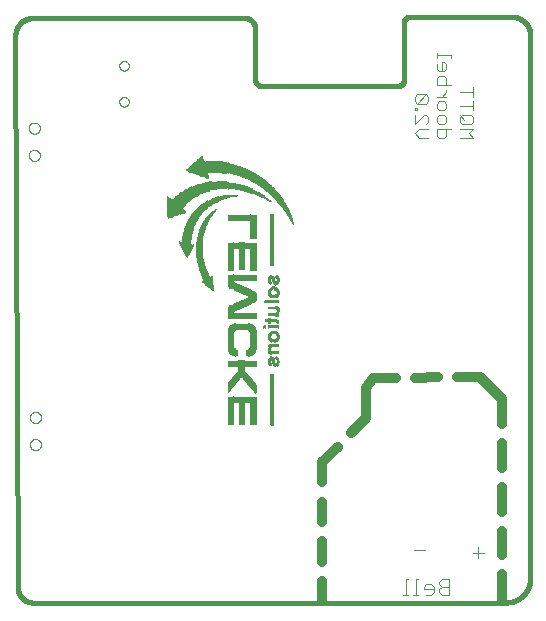
<source format=gbo>
G75*
%MOIN*%
%OFA0B0*%
%FSLAX25Y25*%
%IPPOS*%
%LPD*%
%AMOC8*
5,1,8,0,0,1.08239X$1,22.5*
%
%ADD10C,0.03200*%
%ADD11C,0.01600*%
%ADD12R,0.00100X0.00500*%
%ADD13R,0.00100X0.00700*%
%ADD14R,0.00100X0.00900*%
%ADD15R,0.00100X0.01200*%
%ADD16R,0.00100X0.01300*%
%ADD17R,0.00100X0.01500*%
%ADD18R,0.00100X0.01600*%
%ADD19R,0.00100X0.01800*%
%ADD20R,0.00100X0.01900*%
%ADD21R,0.00100X0.02000*%
%ADD22R,0.00100X0.02200*%
%ADD23R,0.00100X0.02400*%
%ADD24R,0.00100X0.02500*%
%ADD25R,0.00100X0.02600*%
%ADD26R,0.00100X0.02700*%
%ADD27R,0.00100X0.02800*%
%ADD28R,0.00100X0.02900*%
%ADD29R,0.00100X0.03000*%
%ADD30R,0.00100X0.03100*%
%ADD31R,0.00100X0.00800*%
%ADD32R,0.00100X0.01400*%
%ADD33R,0.00100X0.01100*%
%ADD34R,0.00100X0.01000*%
%ADD35R,0.00100X0.02100*%
%ADD36R,0.00100X0.03200*%
%ADD37R,0.00100X0.03300*%
%ADD38R,0.00100X0.01700*%
%ADD39R,0.00100X0.02300*%
%ADD40R,0.00100X0.17100*%
%ADD41R,0.00100X0.17000*%
%ADD42R,0.00100X0.17300*%
%ADD43R,0.00100X0.00600*%
%ADD44R,0.00100X0.00200*%
%ADD45R,0.00100X0.00300*%
%ADD46R,0.00100X0.17200*%
%ADD47R,0.00100X0.00400*%
%ADD48R,0.00100X0.07700*%
%ADD49R,0.00100X0.09200*%
%ADD50R,0.00100X0.06400*%
%ADD51R,0.00100X0.09100*%
%ADD52R,0.00100X0.08000*%
%ADD53R,0.00100X0.09500*%
%ADD54R,0.00100X0.07200*%
%ADD55R,0.00100X0.08100*%
%ADD56R,0.00100X0.09600*%
%ADD57R,0.00100X0.03500*%
%ADD58R,0.00100X0.08500*%
%ADD59R,0.00100X0.08800*%
%ADD60R,0.00100X0.03700*%
%ADD61R,0.00100X0.09400*%
%ADD62R,0.00100X0.03900*%
%ADD63R,0.00100X0.09800*%
%ADD64R,0.00100X0.04100*%
%ADD65R,0.00100X0.10000*%
%ADD66R,0.00100X0.10100*%
%ADD67R,0.00100X0.04200*%
%ADD68R,0.00100X0.10200*%
%ADD69R,0.00100X0.04300*%
%ADD70R,0.00100X0.10300*%
%ADD71R,0.00100X0.03400*%
%ADD72R,0.00100X0.10400*%
%ADD73R,0.00100X0.04500*%
%ADD74R,0.00100X0.10500*%
%ADD75R,0.00100X0.04600*%
%ADD76R,0.00100X0.10600*%
%ADD77R,0.00100X0.04700*%
%ADD78R,0.00100X0.04800*%
%ADD79R,0.00100X0.10700*%
%ADD80R,0.00100X0.04900*%
%ADD81R,0.00100X0.09300*%
%ADD82R,0.00100X0.06600*%
%ADD83R,0.00100X0.06500*%
%ADD84R,0.00100X0.06300*%
%ADD85R,0.00100X0.06100*%
%ADD86R,0.00100X0.06000*%
%ADD87R,0.00100X0.05900*%
%ADD88R,0.00100X0.05800*%
%ADD89R,0.00100X0.05700*%
%ADD90R,0.00100X0.06200*%
%ADD91R,0.00100X0.06700*%
%ADD92R,0.00100X0.00100*%
%ADD93R,0.00100X0.05000*%
%ADD94R,0.00100X0.03600*%
%ADD95R,0.00100X0.09700*%
%ADD96R,0.00100X0.04400*%
%ADD97R,0.00100X0.08900*%
%ADD98R,0.00100X0.08700*%
%ADD99R,0.00100X0.08300*%
%ADD100R,0.00100X0.07300*%
%ADD101R,0.00100X0.03800*%
%ADD102R,0.00100X0.04000*%
%ADD103R,0.00100X0.05100*%
%ADD104R,0.00100X0.05400*%
%ADD105R,0.00100X0.05600*%
%ADD106R,0.00100X0.05500*%
%ADD107R,0.00100X0.07000*%
%ADD108R,0.00100X0.07500*%
%ADD109R,0.00100X0.06900*%
%ADD110R,0.00100X0.05300*%
%ADD111R,0.00100X0.07800*%
%ADD112R,0.00100X0.06800*%
%ADD113R,0.00100X0.17400*%
%ADD114R,0.00100X0.16900*%
%ADD115R,0.00100X0.16400*%
%ADD116R,0.00100X0.16000*%
%ADD117R,0.00100X0.15600*%
%ADD118R,0.00100X0.15000*%
%ADD119R,0.00100X0.14500*%
%ADD120R,0.00100X0.13900*%
%ADD121R,0.00100X0.13300*%
%ADD122R,0.00100X0.12700*%
%ADD123R,0.00100X0.12200*%
%ADD124R,0.00100X0.11300*%
%ADD125R,0.00100X0.05200*%
%ADD126R,0.00100X0.07900*%
%ADD127R,0.00100X0.11800*%
%ADD128R,0.00100X0.11900*%
%ADD129R,0.00100X0.12000*%
%ADD130R,0.00100X0.11600*%
%ADD131R,0.00100X0.11400*%
%ADD132R,0.00100X0.11000*%
%ADD133R,0.00100X0.08400*%
%ADD134R,0.00100X0.07100*%
%ADD135C,0.00400*%
%ADD136C,0.00000*%
D10*
X0115973Y0044645D02*
X0115973Y0051459D01*
X0115973Y0057859D02*
X0115973Y0064673D01*
X0115973Y0071073D02*
X0115973Y0077887D01*
X0115973Y0084287D02*
X0115973Y0091102D01*
X0120994Y0096122D01*
X0125519Y0100648D02*
X0130540Y0105669D01*
X0130540Y0115905D01*
X0132902Y0119054D01*
X0140447Y0119138D01*
X0146847Y0119209D02*
X0154391Y0119293D01*
X0160791Y0119364D02*
X0168335Y0119448D01*
X0175816Y0111968D01*
X0175816Y0103781D01*
X0175816Y0097381D02*
X0175816Y0089194D01*
X0175816Y0082794D02*
X0175816Y0074606D01*
X0175816Y0068206D02*
X0175816Y0060019D01*
X0175816Y0053619D02*
X0175816Y0045432D01*
D11*
X0176997Y0044251D02*
X0019517Y0044251D01*
X0019376Y0044253D01*
X0019235Y0044259D01*
X0019094Y0044268D01*
X0018954Y0044282D01*
X0018814Y0044300D01*
X0018675Y0044321D01*
X0018536Y0044346D01*
X0018398Y0044375D01*
X0018261Y0044408D01*
X0018124Y0044444D01*
X0017989Y0044484D01*
X0017855Y0044528D01*
X0017722Y0044576D01*
X0017591Y0044627D01*
X0017461Y0044682D01*
X0017333Y0044741D01*
X0017206Y0044802D01*
X0017081Y0044868D01*
X0016958Y0044937D01*
X0016837Y0045009D01*
X0016718Y0045084D01*
X0016601Y0045163D01*
X0016486Y0045245D01*
X0016373Y0045330D01*
X0016263Y0045418D01*
X0016156Y0045509D01*
X0016051Y0045604D01*
X0015948Y0045701D01*
X0015849Y0045800D01*
X0015752Y0045903D01*
X0015657Y0046008D01*
X0015566Y0046115D01*
X0015478Y0046225D01*
X0015393Y0046338D01*
X0015311Y0046453D01*
X0015232Y0046570D01*
X0015157Y0046689D01*
X0015085Y0046810D01*
X0015016Y0046933D01*
X0014950Y0047058D01*
X0014889Y0047185D01*
X0014830Y0047313D01*
X0014775Y0047443D01*
X0014724Y0047574D01*
X0014676Y0047707D01*
X0014632Y0047841D01*
X0014592Y0047976D01*
X0014556Y0048113D01*
X0014523Y0048250D01*
X0014494Y0048388D01*
X0014469Y0048527D01*
X0014448Y0048666D01*
X0014430Y0048806D01*
X0014416Y0048946D01*
X0014407Y0049087D01*
X0014401Y0049228D01*
X0014399Y0049369D01*
X0014398Y0049369D02*
X0013611Y0233228D01*
X0013613Y0233380D01*
X0013619Y0233532D01*
X0013629Y0233684D01*
X0013642Y0233835D01*
X0013660Y0233986D01*
X0013681Y0234137D01*
X0013707Y0234287D01*
X0013736Y0234436D01*
X0013769Y0234585D01*
X0013806Y0234732D01*
X0013846Y0234879D01*
X0013891Y0235024D01*
X0013939Y0235168D01*
X0013991Y0235311D01*
X0014046Y0235453D01*
X0014105Y0235593D01*
X0014168Y0235732D01*
X0014234Y0235869D01*
X0014304Y0236004D01*
X0014377Y0236137D01*
X0014454Y0236268D01*
X0014534Y0236398D01*
X0014617Y0236525D01*
X0014703Y0236650D01*
X0014793Y0236773D01*
X0014886Y0236893D01*
X0014982Y0237011D01*
X0015081Y0237127D01*
X0015183Y0237240D01*
X0015287Y0237350D01*
X0015395Y0237458D01*
X0015505Y0237562D01*
X0015618Y0237664D01*
X0015734Y0237763D01*
X0015852Y0237859D01*
X0015972Y0237952D01*
X0016095Y0238042D01*
X0016220Y0238128D01*
X0016347Y0238211D01*
X0016477Y0238291D01*
X0016608Y0238368D01*
X0016741Y0238441D01*
X0016876Y0238511D01*
X0017013Y0238577D01*
X0017152Y0238640D01*
X0017292Y0238699D01*
X0017434Y0238754D01*
X0017577Y0238806D01*
X0017721Y0238854D01*
X0017866Y0238899D01*
X0018013Y0238939D01*
X0018160Y0238976D01*
X0018309Y0239009D01*
X0018458Y0239038D01*
X0018608Y0239064D01*
X0018759Y0239085D01*
X0018910Y0239103D01*
X0019061Y0239116D01*
X0019213Y0239126D01*
X0019365Y0239132D01*
X0019517Y0239134D01*
X0019517Y0239133D02*
X0089989Y0239133D01*
X0090105Y0239131D01*
X0090221Y0239125D01*
X0090336Y0239116D01*
X0090451Y0239103D01*
X0090566Y0239086D01*
X0090680Y0239065D01*
X0090794Y0239040D01*
X0090906Y0239012D01*
X0091017Y0238980D01*
X0091128Y0238945D01*
X0091237Y0238906D01*
X0091345Y0238863D01*
X0091451Y0238817D01*
X0091556Y0238768D01*
X0091659Y0238715D01*
X0091761Y0238658D01*
X0091860Y0238599D01*
X0091957Y0238536D01*
X0092053Y0238470D01*
X0092146Y0238401D01*
X0092237Y0238329D01*
X0092325Y0238254D01*
X0092411Y0238176D01*
X0092494Y0238095D01*
X0092575Y0238012D01*
X0092653Y0237926D01*
X0092728Y0237838D01*
X0092800Y0237747D01*
X0092869Y0237654D01*
X0092935Y0237558D01*
X0092998Y0237461D01*
X0093057Y0237362D01*
X0093114Y0237260D01*
X0093167Y0237157D01*
X0093216Y0237052D01*
X0093262Y0236946D01*
X0093305Y0236838D01*
X0093344Y0236729D01*
X0093379Y0236618D01*
X0093411Y0236507D01*
X0093439Y0236395D01*
X0093464Y0236281D01*
X0093485Y0236167D01*
X0093502Y0236052D01*
X0093515Y0235937D01*
X0093524Y0235822D01*
X0093530Y0235706D01*
X0093532Y0235590D01*
X0093532Y0218661D01*
X0093534Y0218566D01*
X0093540Y0218471D01*
X0093549Y0218376D01*
X0093563Y0218282D01*
X0093580Y0218189D01*
X0093601Y0218096D01*
X0093625Y0218004D01*
X0093654Y0217913D01*
X0093685Y0217823D01*
X0093721Y0217735D01*
X0093760Y0217648D01*
X0093803Y0217563D01*
X0093848Y0217480D01*
X0093898Y0217399D01*
X0093950Y0217319D01*
X0094006Y0217242D01*
X0094064Y0217167D01*
X0094126Y0217095D01*
X0094191Y0217025D01*
X0094258Y0216958D01*
X0094328Y0216893D01*
X0094400Y0216831D01*
X0094475Y0216773D01*
X0094552Y0216717D01*
X0094632Y0216665D01*
X0094713Y0216615D01*
X0094796Y0216570D01*
X0094881Y0216527D01*
X0094968Y0216488D01*
X0095056Y0216452D01*
X0095146Y0216421D01*
X0095237Y0216392D01*
X0095329Y0216368D01*
X0095422Y0216347D01*
X0095515Y0216330D01*
X0095609Y0216316D01*
X0095704Y0216307D01*
X0095799Y0216301D01*
X0095894Y0216299D01*
X0095894Y0216298D02*
X0140776Y0216298D01*
X0140776Y0216299D02*
X0140871Y0216301D01*
X0140966Y0216307D01*
X0141061Y0216316D01*
X0141155Y0216330D01*
X0141248Y0216347D01*
X0141341Y0216368D01*
X0141433Y0216392D01*
X0141524Y0216421D01*
X0141614Y0216452D01*
X0141702Y0216488D01*
X0141789Y0216527D01*
X0141874Y0216570D01*
X0141957Y0216615D01*
X0142038Y0216665D01*
X0142118Y0216717D01*
X0142195Y0216773D01*
X0142270Y0216831D01*
X0142342Y0216893D01*
X0142412Y0216958D01*
X0142479Y0217025D01*
X0142544Y0217095D01*
X0142606Y0217167D01*
X0142664Y0217242D01*
X0142720Y0217319D01*
X0142772Y0217399D01*
X0142822Y0217480D01*
X0142867Y0217563D01*
X0142910Y0217648D01*
X0142949Y0217735D01*
X0142985Y0217823D01*
X0143016Y0217913D01*
X0143045Y0218004D01*
X0143069Y0218096D01*
X0143090Y0218189D01*
X0143107Y0218282D01*
X0143121Y0218376D01*
X0143130Y0218471D01*
X0143136Y0218566D01*
X0143138Y0218661D01*
X0143139Y0218661D02*
X0143139Y0237558D01*
X0143138Y0237558D02*
X0143140Y0237644D01*
X0143145Y0237730D01*
X0143155Y0237815D01*
X0143168Y0237900D01*
X0143185Y0237984D01*
X0143205Y0238068D01*
X0143229Y0238150D01*
X0143257Y0238231D01*
X0143288Y0238312D01*
X0143322Y0238390D01*
X0143360Y0238467D01*
X0143402Y0238543D01*
X0143446Y0238616D01*
X0143494Y0238687D01*
X0143545Y0238757D01*
X0143599Y0238824D01*
X0143655Y0238888D01*
X0143715Y0238950D01*
X0143777Y0239010D01*
X0143841Y0239066D01*
X0143908Y0239120D01*
X0143978Y0239171D01*
X0144049Y0239219D01*
X0144123Y0239263D01*
X0144198Y0239305D01*
X0144275Y0239343D01*
X0144353Y0239377D01*
X0144434Y0239408D01*
X0144515Y0239436D01*
X0144597Y0239460D01*
X0144681Y0239480D01*
X0144765Y0239497D01*
X0144850Y0239510D01*
X0144935Y0239520D01*
X0145021Y0239525D01*
X0145107Y0239527D01*
X0178965Y0239527D01*
X0179122Y0239525D01*
X0179279Y0239519D01*
X0179436Y0239509D01*
X0179592Y0239496D01*
X0179748Y0239478D01*
X0179904Y0239457D01*
X0180059Y0239431D01*
X0180213Y0239402D01*
X0180367Y0239369D01*
X0180519Y0239332D01*
X0180671Y0239292D01*
X0180822Y0239247D01*
X0180971Y0239199D01*
X0181119Y0239147D01*
X0181266Y0239092D01*
X0181412Y0239032D01*
X0181556Y0238970D01*
X0181698Y0238903D01*
X0181839Y0238833D01*
X0181978Y0238760D01*
X0182115Y0238683D01*
X0182250Y0238603D01*
X0182382Y0238519D01*
X0182513Y0238432D01*
X0182642Y0238342D01*
X0182768Y0238249D01*
X0182892Y0238153D01*
X0183014Y0238053D01*
X0183133Y0237951D01*
X0183249Y0237845D01*
X0183363Y0237737D01*
X0183474Y0237626D01*
X0183582Y0237512D01*
X0183688Y0237396D01*
X0183790Y0237277D01*
X0183890Y0237155D01*
X0183986Y0237031D01*
X0184079Y0236905D01*
X0184169Y0236776D01*
X0184256Y0236645D01*
X0184340Y0236513D01*
X0184420Y0236378D01*
X0184497Y0236241D01*
X0184570Y0236102D01*
X0184640Y0235961D01*
X0184707Y0235819D01*
X0184769Y0235675D01*
X0184829Y0235529D01*
X0184884Y0235382D01*
X0184936Y0235234D01*
X0184984Y0235085D01*
X0185029Y0234934D01*
X0185069Y0234782D01*
X0185106Y0234630D01*
X0185139Y0234476D01*
X0185168Y0234322D01*
X0185194Y0234167D01*
X0185215Y0234011D01*
X0185233Y0233855D01*
X0185246Y0233699D01*
X0185256Y0233542D01*
X0185262Y0233385D01*
X0185264Y0233228D01*
X0185265Y0233228D02*
X0185265Y0052519D01*
X0185263Y0052319D01*
X0185255Y0052120D01*
X0185243Y0051920D01*
X0185226Y0051721D01*
X0185205Y0051522D01*
X0185178Y0051324D01*
X0185147Y0051127D01*
X0185111Y0050930D01*
X0185070Y0050735D01*
X0185025Y0050540D01*
X0184975Y0050347D01*
X0184920Y0050155D01*
X0184860Y0049964D01*
X0184796Y0049775D01*
X0184728Y0049587D01*
X0184655Y0049401D01*
X0184577Y0049217D01*
X0184495Y0049035D01*
X0184409Y0048855D01*
X0184318Y0048677D01*
X0184223Y0048501D01*
X0184124Y0048327D01*
X0184020Y0048156D01*
X0183913Y0047988D01*
X0183801Y0047822D01*
X0183686Y0047659D01*
X0183567Y0047499D01*
X0183443Y0047342D01*
X0183316Y0047187D01*
X0183186Y0047036D01*
X0183051Y0046888D01*
X0182914Y0046744D01*
X0182772Y0046602D01*
X0182628Y0046465D01*
X0182480Y0046330D01*
X0182329Y0046200D01*
X0182174Y0046073D01*
X0182017Y0045949D01*
X0181857Y0045830D01*
X0181694Y0045715D01*
X0181528Y0045603D01*
X0181360Y0045496D01*
X0181189Y0045392D01*
X0181015Y0045293D01*
X0180839Y0045198D01*
X0180661Y0045107D01*
X0180481Y0045021D01*
X0180299Y0044939D01*
X0180115Y0044861D01*
X0179929Y0044788D01*
X0179741Y0044720D01*
X0179552Y0044656D01*
X0179361Y0044596D01*
X0179169Y0044541D01*
X0178976Y0044491D01*
X0178781Y0044446D01*
X0178586Y0044405D01*
X0178389Y0044369D01*
X0178192Y0044338D01*
X0177994Y0044311D01*
X0177795Y0044290D01*
X0177596Y0044273D01*
X0177396Y0044261D01*
X0177197Y0044253D01*
X0176997Y0044251D01*
D12*
X0101789Y0141695D03*
X0106589Y0170295D03*
X0098189Y0178395D03*
X0098089Y0178495D03*
X0097889Y0178595D03*
X0086889Y0179795D03*
X0086789Y0179795D03*
X0086689Y0179795D03*
X0086589Y0179795D03*
X0086489Y0179795D03*
X0086389Y0179795D03*
X0080389Y0174895D03*
X0080289Y0174795D03*
X0078189Y0185695D03*
X0070989Y0188295D03*
X0070489Y0174495D03*
X0070389Y0174495D03*
X0076189Y0151095D03*
D13*
X0079789Y0148495D03*
X0068589Y0164095D03*
X0079889Y0174395D03*
X0085489Y0179695D03*
X0085589Y0179695D03*
X0085689Y0179695D03*
X0085789Y0179695D03*
X0097289Y0178995D03*
X0097389Y0178895D03*
X0097489Y0178895D03*
X0097589Y0178795D03*
X0106489Y0170495D03*
X0101789Y0151695D03*
X0101789Y0147595D03*
X0098089Y0142495D03*
X0097089Y0138195D03*
X0098089Y0135895D03*
X0097989Y0128095D03*
X0071189Y0188395D03*
D14*
X0071289Y0188395D03*
X0070089Y0174595D03*
X0079589Y0174095D03*
X0079689Y0174195D03*
X0084789Y0179595D03*
X0084889Y0179595D03*
X0084989Y0179595D03*
X0085089Y0179595D03*
X0096589Y0179395D03*
X0096789Y0179295D03*
X0096889Y0179195D03*
X0096989Y0179195D03*
X0106389Y0170695D03*
X0100589Y0152895D03*
X0099089Y0150695D03*
X0098989Y0150695D03*
X0097989Y0147595D03*
X0096889Y0144495D03*
X0096789Y0144495D03*
X0098189Y0142495D03*
X0098289Y0142495D03*
X0098389Y0142495D03*
X0098489Y0142495D03*
X0098589Y0142495D03*
X0098689Y0142495D03*
X0098789Y0142495D03*
X0098889Y0142495D03*
X0098989Y0142495D03*
X0099089Y0142495D03*
X0099189Y0142495D03*
X0099289Y0142495D03*
X0099389Y0142495D03*
X0099489Y0142495D03*
X0099589Y0142495D03*
X0099689Y0142495D03*
X0099789Y0142495D03*
X0099889Y0142495D03*
X0099989Y0142495D03*
X0100089Y0142495D03*
X0100189Y0142495D03*
X0100289Y0142495D03*
X0100389Y0142495D03*
X0100489Y0142495D03*
X0101489Y0144495D03*
X0101589Y0144495D03*
X0101589Y0140095D03*
X0101589Y0135895D03*
X0097289Y0135895D03*
X0096589Y0135895D03*
X0097989Y0132795D03*
X0098289Y0129795D03*
X0101589Y0129695D03*
X0101589Y0127395D03*
X0097989Y0124595D03*
X0099089Y0123495D03*
X0076489Y0151095D03*
X0068689Y0163995D03*
D15*
X0069789Y0174645D03*
X0079089Y0173545D03*
X0079189Y0173645D03*
X0083389Y0179345D03*
X0083489Y0179345D03*
X0083589Y0179345D03*
X0083989Y0179445D03*
X0095089Y0180245D03*
X0095289Y0180145D03*
X0095389Y0180045D03*
X0095489Y0180045D03*
X0095589Y0179945D03*
X0106289Y0171045D03*
X0099289Y0152645D03*
X0100489Y0150645D03*
X0100889Y0148545D03*
X0100889Y0146545D03*
X0098889Y0146545D03*
X0100889Y0142345D03*
X0100689Y0140245D03*
X0098889Y0138145D03*
X0098889Y0133845D03*
X0098889Y0131845D03*
X0100889Y0131845D03*
X0100889Y0133845D03*
X0099089Y0129645D03*
X0098989Y0129645D03*
X0098089Y0128145D03*
X0098889Y0127545D03*
X0100989Y0125545D03*
D16*
X0099289Y0125495D03*
X0100389Y0123595D03*
X0098889Y0129595D03*
X0100789Y0140295D03*
X0106189Y0171195D03*
X0095189Y0180195D03*
X0094989Y0180295D03*
X0094889Y0180295D03*
X0094789Y0180395D03*
X0094589Y0180495D03*
X0083289Y0179295D03*
X0083189Y0179295D03*
X0083089Y0179295D03*
X0082989Y0179195D03*
X0082889Y0179195D03*
X0071589Y0188495D03*
X0068889Y0163795D03*
X0072789Y0162795D03*
D17*
X0068989Y0163695D03*
X0069589Y0174695D03*
X0078789Y0173195D03*
X0081889Y0178895D03*
X0081989Y0178895D03*
X0082189Y0178995D03*
X0082489Y0179095D03*
X0093489Y0180995D03*
X0093689Y0180895D03*
X0093789Y0180895D03*
X0093889Y0180795D03*
X0094089Y0180695D03*
X0094189Y0180695D03*
X0106089Y0171495D03*
X0099389Y0152495D03*
X0098089Y0151695D03*
X0101689Y0151695D03*
X0098089Y0147595D03*
X0101589Y0141695D03*
X0100989Y0137895D03*
X0101289Y0137795D03*
X0098089Y0132795D03*
X0098189Y0128195D03*
X0098089Y0124595D03*
X0098933Y0124202D03*
D18*
X0099389Y0125345D03*
X0101089Y0137845D03*
X0101189Y0137845D03*
X0105989Y0171745D03*
X0105889Y0171945D03*
X0093589Y0180945D03*
X0093389Y0181045D03*
X0093289Y0181045D03*
X0093189Y0181145D03*
X0093089Y0181145D03*
X0092989Y0181245D03*
X0092889Y0181245D03*
X0092689Y0181345D03*
X0081789Y0178845D03*
X0081689Y0178845D03*
X0081589Y0178745D03*
X0081489Y0178745D03*
X0081189Y0178645D03*
X0078689Y0173045D03*
X0078589Y0172945D03*
X0072689Y0162745D03*
X0069089Y0163545D03*
X0071789Y0188545D03*
D19*
X0080389Y0178345D03*
X0080489Y0178345D03*
X0080289Y0178245D03*
X0080689Y0178445D03*
X0078389Y0172645D03*
X0072589Y0162645D03*
X0069189Y0163445D03*
X0090689Y0182045D03*
X0090989Y0181945D03*
X0091089Y0181945D03*
X0091189Y0181945D03*
X0091289Y0181845D03*
X0091389Y0181845D03*
X0091489Y0181745D03*
X0091589Y0181745D03*
X0091889Y0181645D03*
X0105789Y0172145D03*
X0101589Y0147545D03*
X0101489Y0141745D03*
X0098789Y0138145D03*
X0101589Y0132845D03*
X0100289Y0123845D03*
D20*
X0099489Y0125095D03*
X0098189Y0124595D03*
X0093989Y0123895D03*
X0098189Y0132795D03*
X0093989Y0139895D03*
X0098189Y0147595D03*
X0098189Y0151695D03*
X0093989Y0152295D03*
X0105689Y0172395D03*
X0105589Y0172595D03*
X0090889Y0181995D03*
X0090789Y0181995D03*
X0090589Y0182095D03*
X0090489Y0182095D03*
X0090389Y0182195D03*
X0090289Y0182195D03*
X0090189Y0182195D03*
X0090089Y0182195D03*
X0089989Y0182295D03*
X0089889Y0182295D03*
X0089789Y0182295D03*
X0089589Y0182395D03*
X0089189Y0182495D03*
X0080189Y0178195D03*
X0080089Y0178195D03*
X0079989Y0178095D03*
X0079889Y0178095D03*
X0079689Y0177995D03*
X0078289Y0172495D03*
X0072489Y0162595D03*
X0072089Y0188595D03*
D21*
X0072189Y0188645D03*
X0079189Y0177745D03*
X0079389Y0177845D03*
X0079589Y0177945D03*
X0079789Y0178045D03*
X0078189Y0172345D03*
X0088089Y0182745D03*
X0088489Y0182645D03*
X0088589Y0182645D03*
X0088689Y0182645D03*
X0088889Y0182545D03*
X0088989Y0182545D03*
X0089089Y0182545D03*
X0089289Y0182445D03*
X0089389Y0182445D03*
X0089489Y0182445D03*
X0089689Y0182345D03*
X0105489Y0172845D03*
X0099489Y0152245D03*
X0101589Y0151745D03*
X0098689Y0138145D03*
X0101589Y0124545D03*
X0069289Y0163345D03*
D22*
X0072389Y0162545D03*
X0077989Y0172045D03*
X0078189Y0177145D03*
X0078389Y0177245D03*
X0078489Y0177345D03*
X0078689Y0177445D03*
X0084889Y0172445D03*
X0086289Y0183045D03*
X0086389Y0183045D03*
X0086489Y0183045D03*
X0086589Y0183045D03*
X0086689Y0183045D03*
X0086989Y0182945D03*
X0087089Y0182945D03*
X0087189Y0182945D03*
X0087489Y0182845D03*
X0087589Y0182845D03*
X0086089Y0183145D03*
X0085989Y0183145D03*
X0085889Y0183145D03*
X0085789Y0183145D03*
X0085689Y0183145D03*
X0105189Y0173445D03*
X0105289Y0173245D03*
X0105389Y0173045D03*
X0099589Y0152045D03*
X0098289Y0151745D03*
X0098289Y0147545D03*
X0101489Y0147545D03*
X0091089Y0136145D03*
X0090989Y0136145D03*
X0090889Y0136145D03*
X0090789Y0136145D03*
X0090689Y0136145D03*
X0090589Y0136145D03*
X0090489Y0136145D03*
X0090389Y0136145D03*
X0090289Y0136145D03*
X0090189Y0136145D03*
X0090089Y0136145D03*
X0089989Y0136145D03*
X0089889Y0136145D03*
X0089789Y0136145D03*
X0089689Y0136145D03*
X0089589Y0136145D03*
X0089489Y0136145D03*
X0089389Y0136145D03*
X0089289Y0136145D03*
X0089189Y0136145D03*
X0089089Y0136145D03*
X0088989Y0136145D03*
X0088889Y0136145D03*
X0088789Y0136145D03*
X0088689Y0136145D03*
X0088589Y0136145D03*
X0088489Y0136145D03*
X0088389Y0136145D03*
X0088289Y0136145D03*
X0088189Y0136145D03*
X0088089Y0136145D03*
X0087989Y0136145D03*
X0087889Y0136145D03*
X0087789Y0136145D03*
X0087689Y0136145D03*
X0087589Y0136145D03*
X0087489Y0136145D03*
X0100189Y0124045D03*
X0092089Y0111745D03*
X0091989Y0111745D03*
X0091889Y0111745D03*
X0091789Y0111745D03*
X0091689Y0111745D03*
X0091589Y0111745D03*
X0091489Y0111745D03*
X0091389Y0111745D03*
X0091289Y0111745D03*
X0091189Y0111745D03*
X0091089Y0111745D03*
X0090989Y0111745D03*
X0090889Y0111745D03*
X0090789Y0111745D03*
X0090689Y0111745D03*
X0090589Y0111745D03*
X0090489Y0111745D03*
X0090389Y0111745D03*
X0090289Y0111745D03*
X0090189Y0111745D03*
X0088289Y0111745D03*
X0088189Y0111745D03*
X0088089Y0111745D03*
X0087989Y0111745D03*
X0087889Y0111745D03*
X0087789Y0111745D03*
X0087689Y0111745D03*
X0087589Y0111745D03*
X0087489Y0111745D03*
X0087389Y0111745D03*
X0087289Y0111745D03*
X0087189Y0111745D03*
X0087089Y0111745D03*
X0086989Y0111745D03*
X0086889Y0111745D03*
X0086789Y0111745D03*
X0086689Y0111745D03*
X0086589Y0111745D03*
D23*
X0086489Y0111645D03*
X0090089Y0123845D03*
X0091389Y0127545D03*
X0091489Y0127545D03*
X0091589Y0127545D03*
X0087289Y0127545D03*
X0087189Y0127545D03*
X0086989Y0127645D03*
X0086989Y0136045D03*
X0086889Y0136045D03*
X0091489Y0136045D03*
X0091589Y0136045D03*
X0088189Y0143145D03*
X0088089Y0143145D03*
X0087889Y0143045D03*
X0087689Y0142945D03*
X0087589Y0142945D03*
X0087389Y0142845D03*
X0087189Y0142745D03*
X0086989Y0142645D03*
X0086889Y0142645D03*
X0088289Y0143245D03*
X0088389Y0143245D03*
X0088589Y0143345D03*
X0088789Y0143445D03*
X0088989Y0143545D03*
X0089089Y0143545D03*
X0089289Y0143645D03*
X0089489Y0143745D03*
X0089589Y0143745D03*
X0089689Y0143845D03*
X0089789Y0143845D03*
X0089989Y0143945D03*
X0090189Y0144045D03*
X0090289Y0144045D03*
X0090389Y0144145D03*
X0090489Y0144145D03*
X0090689Y0144245D03*
X0090889Y0144345D03*
X0090989Y0144345D03*
X0091089Y0144445D03*
X0091189Y0144445D03*
X0091289Y0144445D03*
X0091389Y0144545D03*
X0091489Y0144545D03*
X0091589Y0144645D03*
X0091689Y0144645D03*
X0091789Y0144745D03*
X0091889Y0144745D03*
X0091989Y0144845D03*
X0091989Y0147345D03*
X0091889Y0147445D03*
X0091789Y0147445D03*
X0091589Y0147545D03*
X0091389Y0147645D03*
X0091189Y0147745D03*
X0091089Y0147745D03*
X0090889Y0147845D03*
X0090789Y0147845D03*
X0090689Y0147945D03*
X0090489Y0148045D03*
X0090389Y0148045D03*
X0090189Y0148145D03*
X0090089Y0148145D03*
X0089989Y0148245D03*
X0089889Y0148245D03*
X0089789Y0148345D03*
X0089689Y0148345D03*
X0089489Y0148445D03*
X0089289Y0148545D03*
X0089089Y0148645D03*
X0088989Y0148645D03*
X0088789Y0148745D03*
X0088589Y0148845D03*
X0088389Y0148945D03*
X0088289Y0148945D03*
X0088089Y0149045D03*
X0087989Y0149045D03*
X0087889Y0149145D03*
X0087689Y0149245D03*
X0087589Y0149245D03*
X0087389Y0149345D03*
X0087289Y0149345D03*
X0087089Y0149445D03*
X0086889Y0149545D03*
X0086689Y0149645D03*
X0098389Y0151745D03*
X0100089Y0151345D03*
X0101489Y0151745D03*
X0101389Y0147545D03*
X0090089Y0163145D03*
X0088389Y0163145D03*
X0077689Y0171545D03*
X0077789Y0171745D03*
X0077589Y0176745D03*
X0077789Y0176845D03*
X0077889Y0176945D03*
X0082789Y0183345D03*
X0082889Y0183345D03*
X0082989Y0183345D03*
X0083089Y0183345D03*
X0083189Y0183345D03*
X0083289Y0183345D03*
X0083389Y0183345D03*
X0083489Y0183345D03*
X0083589Y0183345D03*
X0083689Y0183345D03*
X0083789Y0183345D03*
X0083889Y0183345D03*
X0083989Y0183345D03*
X0084089Y0183345D03*
X0084889Y0183245D03*
X0072489Y0188745D03*
X0104989Y0173845D03*
X0105089Y0173645D03*
X0099689Y0124745D03*
X0101489Y0124545D03*
D24*
X0099989Y0124395D03*
X0099889Y0124495D03*
X0099789Y0124595D03*
X0098389Y0124595D03*
X0091689Y0127595D03*
X0087089Y0127595D03*
X0086889Y0127695D03*
X0091689Y0135995D03*
X0087989Y0143095D03*
X0087789Y0142995D03*
X0087489Y0142895D03*
X0087289Y0142795D03*
X0087089Y0142695D03*
X0086789Y0142595D03*
X0086689Y0142495D03*
X0088489Y0143295D03*
X0088689Y0143395D03*
X0088889Y0143495D03*
X0089189Y0143595D03*
X0089389Y0143695D03*
X0090289Y0148095D03*
X0089589Y0148395D03*
X0089389Y0148495D03*
X0089189Y0148595D03*
X0088889Y0148695D03*
X0088689Y0148795D03*
X0088489Y0148895D03*
X0088189Y0148995D03*
X0087789Y0149195D03*
X0087489Y0149295D03*
X0087189Y0149395D03*
X0086989Y0149495D03*
X0086789Y0149595D03*
X0098389Y0147595D03*
X0099989Y0151495D03*
X0099689Y0151895D03*
X0086489Y0163095D03*
X0077589Y0171395D03*
X0077289Y0176495D03*
X0077389Y0176595D03*
X0077489Y0176695D03*
X0077689Y0176795D03*
X0082389Y0183295D03*
X0082489Y0183295D03*
X0082589Y0183295D03*
X0082689Y0183295D03*
X0104789Y0174195D03*
X0104889Y0173995D03*
X0101389Y0132795D03*
X0098389Y0132795D03*
D25*
X0101289Y0132845D03*
X0101389Y0124545D03*
X0098489Y0124545D03*
X0091789Y0127645D03*
X0086689Y0135845D03*
X0086789Y0135945D03*
X0101289Y0147545D03*
X0101389Y0151745D03*
X0099889Y0151645D03*
X0099789Y0151745D03*
X0098489Y0151745D03*
X0104689Y0174345D03*
X0104589Y0174545D03*
X0104489Y0174745D03*
X0104289Y0175045D03*
X0082289Y0183345D03*
X0082189Y0183345D03*
X0082089Y0183345D03*
X0081989Y0183345D03*
X0081889Y0183345D03*
X0081789Y0183345D03*
X0081689Y0183345D03*
X0081589Y0183345D03*
X0081489Y0183345D03*
X0080889Y0183245D03*
X0080789Y0183245D03*
X0077189Y0176445D03*
X0077089Y0176345D03*
X0077489Y0171245D03*
X0072589Y0188745D03*
D26*
X0072689Y0188795D03*
X0080289Y0183195D03*
X0080389Y0183195D03*
X0080489Y0183195D03*
X0080589Y0183195D03*
X0080689Y0183195D03*
X0080989Y0183295D03*
X0081089Y0183295D03*
X0081189Y0183295D03*
X0081289Y0183295D03*
X0081389Y0183295D03*
X0076989Y0176295D03*
X0076889Y0176195D03*
X0079589Y0149595D03*
X0091789Y0135895D03*
X0091889Y0135895D03*
X0098489Y0132795D03*
X0098589Y0124595D03*
X0091889Y0127695D03*
X0086789Y0127795D03*
X0098489Y0147595D03*
X0104389Y0174895D03*
X0104189Y0175195D03*
X0104089Y0175395D03*
D27*
X0103989Y0175545D03*
X0103789Y0175845D03*
X0103589Y0176145D03*
X0101289Y0151745D03*
X0098689Y0151745D03*
X0098589Y0151745D03*
X0101189Y0147545D03*
X0091989Y0135745D03*
X0086589Y0135745D03*
X0086689Y0127845D03*
X0091989Y0127845D03*
X0101289Y0124545D03*
X0101189Y0132845D03*
X0077289Y0170845D03*
X0077389Y0171045D03*
X0076489Y0175845D03*
X0076589Y0175945D03*
X0076689Y0176045D03*
X0076789Y0176145D03*
X0079789Y0183145D03*
X0079889Y0183145D03*
X0079989Y0183145D03*
X0080089Y0183145D03*
X0080189Y0183145D03*
X0072789Y0188845D03*
X0069389Y0163545D03*
D28*
X0076189Y0175595D03*
X0076289Y0175695D03*
X0076389Y0175795D03*
X0078889Y0182995D03*
X0078989Y0182995D03*
X0079089Y0182995D03*
X0079289Y0183095D03*
X0079389Y0183095D03*
X0079489Y0183095D03*
X0079589Y0183095D03*
X0079689Y0183095D03*
X0103089Y0176895D03*
X0103289Y0176595D03*
X0103389Y0176495D03*
X0103489Y0176295D03*
X0103689Y0175995D03*
X0103889Y0175695D03*
X0101189Y0151695D03*
X0098589Y0147595D03*
X0093989Y0146095D03*
X0098589Y0132795D03*
X0098689Y0124595D03*
X0093989Y0115595D03*
X0086589Y0127995D03*
D29*
X0098389Y0128745D03*
X0101089Y0124545D03*
X0101189Y0124545D03*
X0101089Y0132845D03*
X0098689Y0132845D03*
X0098689Y0147545D03*
X0101089Y0147545D03*
X0103189Y0176745D03*
X0102989Y0177045D03*
X0102889Y0177145D03*
X0102689Y0177445D03*
X0102589Y0177545D03*
X0102489Y0177745D03*
X0102389Y0177845D03*
X0102189Y0178145D03*
X0102089Y0178245D03*
X0101789Y0178645D03*
X0101689Y0178745D03*
X0079189Y0183045D03*
X0078789Y0182945D03*
X0078689Y0182945D03*
X0078589Y0182945D03*
X0078489Y0182945D03*
X0078289Y0182845D03*
X0078189Y0182845D03*
X0076089Y0175545D03*
X0075989Y0175445D03*
X0075889Y0175345D03*
X0077189Y0170645D03*
X0074189Y0161945D03*
X0072889Y0188845D03*
D30*
X0072989Y0188895D03*
X0077189Y0182595D03*
X0077489Y0182695D03*
X0077589Y0182695D03*
X0077689Y0182695D03*
X0077889Y0182795D03*
X0077989Y0182795D03*
X0078089Y0182795D03*
X0078389Y0182895D03*
X0075789Y0175195D03*
X0077089Y0170495D03*
X0092689Y0186195D03*
X0093089Y0185995D03*
X0093289Y0185895D03*
X0093589Y0185695D03*
X0093689Y0185695D03*
X0093789Y0185595D03*
X0094089Y0185395D03*
X0094289Y0185295D03*
X0094789Y0184995D03*
X0094889Y0184895D03*
X0095089Y0184795D03*
X0095189Y0184695D03*
X0095489Y0184495D03*
X0095589Y0184395D03*
X0095789Y0184295D03*
X0095889Y0184195D03*
X0096489Y0183795D03*
X0096589Y0183695D03*
X0096889Y0183495D03*
X0096989Y0183395D03*
X0097089Y0183295D03*
X0097189Y0183195D03*
X0097489Y0182995D03*
X0097589Y0182895D03*
X0097689Y0182795D03*
X0097789Y0182695D03*
X0098089Y0182495D03*
X0098189Y0182395D03*
X0098289Y0182295D03*
X0098389Y0182195D03*
X0098489Y0182095D03*
X0098589Y0181995D03*
X0098689Y0181895D03*
X0098889Y0181695D03*
X0099189Y0181395D03*
X0099489Y0181095D03*
X0099789Y0180795D03*
X0100089Y0180495D03*
X0100389Y0180195D03*
X0100489Y0180095D03*
X0100589Y0179995D03*
X0100689Y0179895D03*
X0100789Y0179795D03*
X0100889Y0179695D03*
X0100989Y0179595D03*
X0101089Y0179495D03*
X0101189Y0179295D03*
X0101289Y0179195D03*
X0101389Y0179095D03*
X0101489Y0178995D03*
X0101589Y0178895D03*
X0101889Y0178495D03*
X0101989Y0178395D03*
X0102289Y0177995D03*
X0102789Y0177295D03*
X0101089Y0151695D03*
X0100989Y0147595D03*
X0098789Y0147595D03*
X0101289Y0141195D03*
X0101389Y0141195D03*
X0100989Y0132795D03*
X0098789Y0132795D03*
X0098489Y0128695D03*
X0090789Y0119095D03*
X0090889Y0118995D03*
X0090989Y0118895D03*
X0090689Y0119195D03*
X0090589Y0119295D03*
X0090489Y0119395D03*
X0090289Y0119695D03*
X0090189Y0119795D03*
X0090089Y0119895D03*
X0088089Y0119795D03*
X0087989Y0119695D03*
X0087889Y0119595D03*
X0087589Y0119195D03*
X0087489Y0119095D03*
X0087389Y0118995D03*
D31*
X0098189Y0129745D03*
X0100589Y0125745D03*
X0101789Y0124545D03*
X0101789Y0132845D03*
X0096489Y0135945D03*
X0097989Y0151745D03*
X0097189Y0179045D03*
X0097089Y0179145D03*
X0085389Y0179645D03*
X0085289Y0179645D03*
X0085189Y0179645D03*
X0079789Y0174345D03*
X0070189Y0174545D03*
X0073089Y0163045D03*
X0076389Y0151045D03*
X0078089Y0185845D03*
D32*
X0071689Y0188545D03*
X0069689Y0174645D03*
X0078889Y0173345D03*
X0078989Y0173445D03*
X0082089Y0178945D03*
X0082289Y0179045D03*
X0082389Y0179045D03*
X0082589Y0179145D03*
X0082689Y0179145D03*
X0082789Y0179145D03*
X0093989Y0180745D03*
X0094289Y0180645D03*
X0094389Y0180545D03*
X0094489Y0180545D03*
X0094689Y0180445D03*
X0100389Y0150745D03*
X0101689Y0147545D03*
X0100889Y0140345D03*
X0101389Y0137745D03*
X0101489Y0137745D03*
X0101689Y0132845D03*
D33*
X0100789Y0133895D03*
X0100689Y0133995D03*
X0099289Y0134095D03*
X0099089Y0133995D03*
X0098989Y0133895D03*
X0098989Y0131695D03*
X0099189Y0131595D03*
X0100289Y0131495D03*
X0100589Y0131595D03*
X0100789Y0131695D03*
X0099289Y0129695D03*
X0099189Y0129695D03*
X0098989Y0127495D03*
X0099089Y0127395D03*
X0099189Y0127395D03*
X0099189Y0125595D03*
X0100789Y0125695D03*
X0100989Y0123495D03*
X0100489Y0123495D03*
X0101589Y0137695D03*
X0100889Y0138095D03*
X0100589Y0140195D03*
X0100489Y0140195D03*
X0101689Y0141695D03*
X0100789Y0142395D03*
X0100689Y0146395D03*
X0100789Y0146495D03*
X0099089Y0146395D03*
X0098989Y0146495D03*
X0098889Y0148595D03*
X0098989Y0148695D03*
X0100289Y0148895D03*
X0100589Y0148795D03*
X0100789Y0148695D03*
X0100589Y0150595D03*
X0100989Y0150695D03*
X0100989Y0152695D03*
X0100889Y0152795D03*
X0098789Y0152695D03*
X0098789Y0150795D03*
X0079289Y0173795D03*
X0079389Y0173895D03*
X0083689Y0179395D03*
X0083789Y0179395D03*
X0083889Y0179395D03*
X0084089Y0179495D03*
X0084189Y0179495D03*
X0084289Y0179495D03*
X0077989Y0185995D03*
X0071489Y0188495D03*
X0069989Y0174595D03*
X0069889Y0174595D03*
X0068789Y0163895D03*
X0072889Y0162895D03*
X0095689Y0179895D03*
X0095789Y0179895D03*
X0095889Y0179795D03*
X0096089Y0179695D03*
D34*
X0096189Y0179645D03*
X0096289Y0179545D03*
X0096389Y0179545D03*
X0096489Y0179445D03*
X0096689Y0179345D03*
X0095989Y0179745D03*
X0084689Y0179545D03*
X0084589Y0179545D03*
X0084489Y0179545D03*
X0084389Y0179545D03*
X0079489Y0174045D03*
X0072989Y0162945D03*
X0071389Y0188445D03*
X0098889Y0152745D03*
X0098989Y0152745D03*
X0099089Y0152745D03*
X0099189Y0152745D03*
X0100689Y0152845D03*
X0100789Y0152845D03*
X0100889Y0150645D03*
X0100789Y0150545D03*
X0100689Y0150545D03*
X0100189Y0148945D03*
X0100089Y0148945D03*
X0099989Y0148945D03*
X0099889Y0148945D03*
X0099789Y0148945D03*
X0099689Y0148945D03*
X0099589Y0148945D03*
X0099489Y0148945D03*
X0099389Y0148845D03*
X0099289Y0148845D03*
X0099189Y0148845D03*
X0099089Y0148745D03*
X0100389Y0148845D03*
X0100489Y0148845D03*
X0100689Y0148745D03*
X0100589Y0146345D03*
X0100489Y0146345D03*
X0100389Y0146245D03*
X0100289Y0146245D03*
X0100189Y0146245D03*
X0100089Y0146245D03*
X0099989Y0146245D03*
X0099889Y0146245D03*
X0099789Y0146245D03*
X0099689Y0146245D03*
X0099589Y0146245D03*
X0099489Y0146245D03*
X0099389Y0146245D03*
X0099289Y0146345D03*
X0099189Y0146345D03*
X0099189Y0144445D03*
X0099289Y0144445D03*
X0099389Y0144445D03*
X0099489Y0144445D03*
X0099589Y0144445D03*
X0099689Y0144445D03*
X0099789Y0144445D03*
X0099889Y0144445D03*
X0099989Y0144445D03*
X0100089Y0144445D03*
X0100189Y0144445D03*
X0100289Y0144445D03*
X0100389Y0144445D03*
X0100489Y0144445D03*
X0100589Y0144445D03*
X0100689Y0144445D03*
X0100789Y0144445D03*
X0100889Y0144445D03*
X0100989Y0144445D03*
X0101089Y0144445D03*
X0101189Y0144445D03*
X0101289Y0144445D03*
X0101389Y0144445D03*
X0100689Y0142445D03*
X0100589Y0142445D03*
X0100389Y0140145D03*
X0100289Y0140145D03*
X0100189Y0140145D03*
X0100089Y0140145D03*
X0099989Y0140145D03*
X0099889Y0140145D03*
X0099789Y0140145D03*
X0099689Y0140145D03*
X0099589Y0140145D03*
X0099489Y0140145D03*
X0099389Y0140145D03*
X0099289Y0140145D03*
X0099189Y0140145D03*
X0099089Y0140145D03*
X0098989Y0140145D03*
X0098889Y0140145D03*
X0098789Y0140145D03*
X0098689Y0140145D03*
X0098589Y0140145D03*
X0098489Y0140145D03*
X0098389Y0140145D03*
X0098289Y0140145D03*
X0098189Y0140145D03*
X0097989Y0138145D03*
X0097889Y0138145D03*
X0097789Y0138145D03*
X0097689Y0138145D03*
X0097589Y0138145D03*
X0097489Y0138145D03*
X0097389Y0138145D03*
X0097289Y0138145D03*
X0097189Y0138145D03*
X0098989Y0138145D03*
X0099089Y0138145D03*
X0099189Y0138145D03*
X0099289Y0138145D03*
X0099389Y0138145D03*
X0099489Y0138145D03*
X0099589Y0138145D03*
X0099689Y0138145D03*
X0099789Y0138145D03*
X0099889Y0138145D03*
X0099989Y0138145D03*
X0100089Y0138145D03*
X0100189Y0138145D03*
X0100289Y0138145D03*
X0100389Y0138145D03*
X0100489Y0138145D03*
X0100589Y0138145D03*
X0100689Y0138145D03*
X0100789Y0138145D03*
X0101489Y0140145D03*
X0101489Y0135945D03*
X0101389Y0135945D03*
X0101289Y0135945D03*
X0101189Y0135945D03*
X0101089Y0135945D03*
X0100989Y0135945D03*
X0100889Y0135945D03*
X0100789Y0135945D03*
X0100689Y0135945D03*
X0100589Y0135945D03*
X0100489Y0135945D03*
X0100389Y0135945D03*
X0100289Y0135945D03*
X0100189Y0135945D03*
X0100089Y0135945D03*
X0099989Y0135945D03*
X0099889Y0135945D03*
X0099789Y0135945D03*
X0099689Y0135945D03*
X0099589Y0135945D03*
X0099489Y0135945D03*
X0099389Y0135945D03*
X0099289Y0135945D03*
X0099189Y0135945D03*
X0099089Y0135945D03*
X0098989Y0135945D03*
X0098889Y0135945D03*
X0098789Y0135945D03*
X0098689Y0135945D03*
X0098589Y0135945D03*
X0098489Y0135945D03*
X0098389Y0135945D03*
X0098289Y0135945D03*
X0098189Y0135945D03*
X0097189Y0135945D03*
X0097089Y0135945D03*
X0096989Y0135945D03*
X0096889Y0135945D03*
X0096789Y0135945D03*
X0096689Y0135945D03*
X0099189Y0134045D03*
X0099389Y0134145D03*
X0099489Y0134145D03*
X0099589Y0134145D03*
X0099689Y0134145D03*
X0099789Y0134145D03*
X0099889Y0134145D03*
X0099989Y0134145D03*
X0100089Y0134145D03*
X0100189Y0134145D03*
X0100289Y0134145D03*
X0100389Y0134145D03*
X0100489Y0134045D03*
X0100589Y0134045D03*
X0100689Y0131645D03*
X0100489Y0131545D03*
X0100389Y0131545D03*
X0100189Y0131445D03*
X0100089Y0131445D03*
X0099989Y0131445D03*
X0099889Y0131445D03*
X0099789Y0131445D03*
X0099689Y0131445D03*
X0099589Y0131445D03*
X0099489Y0131445D03*
X0099389Y0131545D03*
X0099289Y0131545D03*
X0099089Y0131645D03*
X0099389Y0129745D03*
X0099489Y0129745D03*
X0099589Y0129745D03*
X0099689Y0129745D03*
X0099789Y0129745D03*
X0099889Y0129745D03*
X0099989Y0129745D03*
X0100089Y0129745D03*
X0100189Y0129745D03*
X0100289Y0129745D03*
X0100389Y0129745D03*
X0100489Y0129745D03*
X0100589Y0129745D03*
X0100689Y0129745D03*
X0100789Y0129745D03*
X0100889Y0129745D03*
X0100989Y0129745D03*
X0101089Y0129745D03*
X0101189Y0129745D03*
X0101289Y0129745D03*
X0101389Y0129745D03*
X0101489Y0129745D03*
X0101489Y0127345D03*
X0101389Y0127345D03*
X0101289Y0127345D03*
X0101189Y0127345D03*
X0101089Y0127345D03*
X0100989Y0127345D03*
X0100889Y0127345D03*
X0100789Y0127345D03*
X0100689Y0127345D03*
X0100589Y0127345D03*
X0100489Y0127345D03*
X0100389Y0127345D03*
X0100289Y0127345D03*
X0100189Y0127345D03*
X0100089Y0127345D03*
X0099989Y0127345D03*
X0099889Y0127345D03*
X0099789Y0127345D03*
X0099689Y0127345D03*
X0099589Y0127345D03*
X0099489Y0127345D03*
X0099389Y0127345D03*
X0099289Y0127345D03*
X0099089Y0125645D03*
X0098989Y0125645D03*
X0098889Y0125645D03*
X0098789Y0125545D03*
X0098789Y0123645D03*
X0098889Y0123545D03*
X0098989Y0123545D03*
X0100589Y0123445D03*
X0100689Y0123445D03*
X0100789Y0123445D03*
X0100889Y0123445D03*
X0100889Y0125645D03*
X0100689Y0125745D03*
X0099089Y0144445D03*
X0098989Y0144445D03*
X0098889Y0144445D03*
X0098789Y0144445D03*
X0098689Y0144445D03*
X0098589Y0144445D03*
X0098489Y0144445D03*
X0098389Y0144445D03*
X0098289Y0144445D03*
X0098189Y0144445D03*
X0098089Y0144445D03*
X0097989Y0144445D03*
X0097889Y0144445D03*
X0097789Y0144445D03*
X0097689Y0144445D03*
X0097589Y0144445D03*
X0097489Y0144445D03*
X0097389Y0144445D03*
X0097289Y0144445D03*
X0097189Y0144445D03*
X0097089Y0144445D03*
X0096989Y0144445D03*
X0098889Y0150745D03*
D35*
X0100189Y0151195D03*
X0093889Y0152295D03*
X0093889Y0139895D03*
X0098189Y0138095D03*
X0098289Y0138095D03*
X0098389Y0138095D03*
X0098489Y0138095D03*
X0098589Y0138095D03*
X0101489Y0132795D03*
X0093889Y0123895D03*
X0090889Y0127495D03*
X0087789Y0127495D03*
X0084789Y0123895D03*
X0084789Y0172495D03*
X0079489Y0177895D03*
X0079289Y0177795D03*
X0079089Y0177695D03*
X0078989Y0177595D03*
X0078889Y0177595D03*
X0078789Y0177495D03*
X0078589Y0177395D03*
X0078089Y0172195D03*
X0086189Y0183095D03*
X0086789Y0182995D03*
X0086889Y0182995D03*
X0087289Y0182895D03*
X0087389Y0182895D03*
X0087689Y0182795D03*
X0087789Y0182795D03*
X0087889Y0182795D03*
X0087989Y0182795D03*
X0088189Y0182695D03*
X0088289Y0182695D03*
X0088389Y0182695D03*
X0088789Y0182595D03*
X0072289Y0188695D03*
D36*
X0073089Y0188945D03*
X0076989Y0182545D03*
X0077089Y0182545D03*
X0077289Y0182645D03*
X0077389Y0182645D03*
X0077789Y0182745D03*
X0075689Y0175145D03*
X0075589Y0175045D03*
X0075489Y0174945D03*
X0076989Y0170245D03*
X0090289Y0187345D03*
X0090589Y0187245D03*
X0090989Y0187045D03*
X0091289Y0186945D03*
X0091389Y0186845D03*
X0091489Y0186845D03*
X0091589Y0186745D03*
X0091689Y0186745D03*
X0091889Y0186645D03*
X0091989Y0186545D03*
X0092089Y0186545D03*
X0092289Y0186445D03*
X0092389Y0186345D03*
X0092489Y0186345D03*
X0092589Y0186245D03*
X0092789Y0186145D03*
X0092889Y0186045D03*
X0092989Y0186045D03*
X0093189Y0185945D03*
X0093389Y0185845D03*
X0093489Y0185745D03*
X0093889Y0185545D03*
X0093989Y0185445D03*
X0094189Y0185345D03*
X0094389Y0185245D03*
X0094489Y0185145D03*
X0094589Y0185145D03*
X0094689Y0185045D03*
X0094989Y0184845D03*
X0095289Y0184645D03*
X0095389Y0184545D03*
X0095689Y0184345D03*
X0095989Y0184145D03*
X0096089Y0184045D03*
X0096189Y0184045D03*
X0096289Y0183945D03*
X0096389Y0183845D03*
X0096689Y0183645D03*
X0096789Y0183545D03*
X0097289Y0183145D03*
X0097389Y0183045D03*
X0097889Y0182645D03*
X0097989Y0182545D03*
X0098789Y0181845D03*
X0098989Y0181645D03*
X0099089Y0181545D03*
X0099289Y0181345D03*
X0099389Y0181245D03*
X0099589Y0181045D03*
X0099689Y0180945D03*
X0099889Y0180745D03*
X0099989Y0180645D03*
X0100189Y0180445D03*
X0100289Y0180345D03*
X0101089Y0141245D03*
X0101189Y0141245D03*
X0092089Y0135545D03*
X0092089Y0128045D03*
X0098589Y0128645D03*
X0098689Y0128645D03*
X0091089Y0118745D03*
X0091189Y0118645D03*
X0091289Y0118545D03*
X0091789Y0117945D03*
X0091889Y0117845D03*
X0091989Y0117745D03*
X0092589Y0117045D03*
X0092689Y0116945D03*
X0093389Y0116145D03*
X0093489Y0116045D03*
X0090389Y0119545D03*
X0087789Y0119445D03*
X0087689Y0119345D03*
X0087289Y0118845D03*
X0087189Y0118745D03*
X0087089Y0118645D03*
X0086889Y0118345D03*
X0086789Y0118245D03*
X0086689Y0118145D03*
D37*
X0086589Y0117995D03*
X0086489Y0117895D03*
X0086389Y0117795D03*
X0086189Y0117495D03*
X0086089Y0117395D03*
X0085989Y0117295D03*
X0085489Y0116695D03*
X0086989Y0118495D03*
X0091389Y0118395D03*
X0091489Y0118295D03*
X0091589Y0118195D03*
X0091689Y0118095D03*
X0092089Y0117595D03*
X0092189Y0117495D03*
X0092289Y0117395D03*
X0092389Y0117295D03*
X0092489Y0117195D03*
X0092889Y0116695D03*
X0092989Y0116595D03*
X0093089Y0116495D03*
X0093189Y0116395D03*
X0093289Y0116295D03*
X0093589Y0115895D03*
X0093689Y0115795D03*
X0093789Y0115695D03*
X0093889Y0115595D03*
X0098789Y0128595D03*
X0100989Y0141295D03*
X0093889Y0146095D03*
X0086489Y0135495D03*
X0069489Y0163695D03*
X0075189Y0174595D03*
X0075289Y0174695D03*
X0075389Y0174795D03*
X0076489Y0182395D03*
X0076689Y0182495D03*
X0076789Y0182495D03*
X0076889Y0182495D03*
X0088889Y0187895D03*
X0089089Y0187795D03*
X0089189Y0187795D03*
X0089389Y0187695D03*
X0089589Y0187595D03*
X0089689Y0187595D03*
X0089889Y0187495D03*
X0089989Y0187495D03*
X0090089Y0187395D03*
X0090189Y0187395D03*
X0090389Y0187295D03*
X0090489Y0187295D03*
X0090689Y0187195D03*
X0090789Y0187095D03*
X0090889Y0187095D03*
X0091089Y0186995D03*
X0091189Y0186995D03*
X0091789Y0186695D03*
X0092189Y0186495D03*
D38*
X0091789Y0181695D03*
X0091689Y0181695D03*
X0091989Y0181595D03*
X0092089Y0181595D03*
X0092189Y0181495D03*
X0092289Y0181495D03*
X0092389Y0181495D03*
X0092489Y0181395D03*
X0092589Y0181395D03*
X0092789Y0181295D03*
X0081389Y0178695D03*
X0081289Y0178695D03*
X0081089Y0178595D03*
X0080989Y0178595D03*
X0080889Y0178495D03*
X0080789Y0178495D03*
X0080589Y0178395D03*
X0078489Y0172795D03*
X0071989Y0188595D03*
X0071889Y0188595D03*
X0079689Y0148995D03*
X0098089Y0138095D03*
X0098289Y0128195D03*
X0100289Y0150995D03*
D39*
X0093789Y0152295D03*
X0093689Y0152295D03*
X0093589Y0152295D03*
X0093489Y0152295D03*
X0093389Y0152295D03*
X0093289Y0152295D03*
X0093189Y0152295D03*
X0093089Y0152295D03*
X0092989Y0152295D03*
X0092889Y0152295D03*
X0092789Y0152295D03*
X0092689Y0152295D03*
X0092589Y0152295D03*
X0092489Y0152295D03*
X0092389Y0152295D03*
X0092289Y0152295D03*
X0092189Y0152295D03*
X0092089Y0152295D03*
X0091989Y0152295D03*
X0091889Y0152295D03*
X0091789Y0152295D03*
X0091689Y0152295D03*
X0091589Y0152295D03*
X0091489Y0152295D03*
X0091389Y0152295D03*
X0091289Y0152295D03*
X0091189Y0152295D03*
X0091089Y0152295D03*
X0090989Y0152295D03*
X0090889Y0152295D03*
X0090789Y0152295D03*
X0090689Y0152295D03*
X0090589Y0152295D03*
X0090489Y0152295D03*
X0090389Y0152295D03*
X0090289Y0152295D03*
X0090189Y0152295D03*
X0090089Y0152295D03*
X0089989Y0152295D03*
X0089889Y0152295D03*
X0089789Y0152295D03*
X0089689Y0152295D03*
X0089589Y0152295D03*
X0089489Y0152295D03*
X0089389Y0152295D03*
X0089289Y0152295D03*
X0089189Y0152295D03*
X0089089Y0152295D03*
X0088989Y0152295D03*
X0088889Y0152295D03*
X0088789Y0152295D03*
X0088689Y0152295D03*
X0088589Y0152295D03*
X0088489Y0152295D03*
X0088389Y0152295D03*
X0088289Y0152295D03*
X0088189Y0152295D03*
X0088089Y0152295D03*
X0087989Y0152295D03*
X0087889Y0152295D03*
X0087789Y0152295D03*
X0087689Y0152295D03*
X0087589Y0152295D03*
X0087489Y0152295D03*
X0087389Y0152295D03*
X0087289Y0152295D03*
X0087189Y0152295D03*
X0087089Y0152295D03*
X0086989Y0152295D03*
X0086889Y0152295D03*
X0086789Y0152295D03*
X0086689Y0152295D03*
X0090589Y0147995D03*
X0090989Y0147795D03*
X0091289Y0147695D03*
X0091489Y0147595D03*
X0091689Y0147495D03*
X0090789Y0144295D03*
X0090589Y0144195D03*
X0090089Y0143995D03*
X0089889Y0143895D03*
X0089889Y0139895D03*
X0089989Y0139895D03*
X0090089Y0139895D03*
X0090189Y0139895D03*
X0090289Y0139895D03*
X0090389Y0139895D03*
X0090489Y0139895D03*
X0090589Y0139895D03*
X0090689Y0139895D03*
X0090789Y0139895D03*
X0090889Y0139895D03*
X0090989Y0139895D03*
X0091089Y0139895D03*
X0091189Y0139895D03*
X0091289Y0139895D03*
X0091389Y0139895D03*
X0091489Y0139895D03*
X0091589Y0139895D03*
X0091689Y0139895D03*
X0091789Y0139895D03*
X0091889Y0139895D03*
X0091989Y0139895D03*
X0092089Y0139895D03*
X0092189Y0139895D03*
X0092289Y0139895D03*
X0092389Y0139895D03*
X0092489Y0139895D03*
X0092589Y0139895D03*
X0092689Y0139895D03*
X0092789Y0139895D03*
X0092889Y0139895D03*
X0092989Y0139895D03*
X0093089Y0139895D03*
X0093189Y0139895D03*
X0093289Y0139895D03*
X0093389Y0139895D03*
X0093489Y0139895D03*
X0093589Y0139895D03*
X0093689Y0139895D03*
X0093789Y0139895D03*
X0091389Y0136095D03*
X0091289Y0136095D03*
X0091189Y0136095D03*
X0089789Y0139895D03*
X0089689Y0139895D03*
X0089589Y0139895D03*
X0089489Y0139895D03*
X0089389Y0139895D03*
X0089289Y0139895D03*
X0089189Y0139895D03*
X0089089Y0139895D03*
X0088989Y0139895D03*
X0088889Y0139895D03*
X0088789Y0139895D03*
X0088689Y0139895D03*
X0088589Y0139895D03*
X0088489Y0139895D03*
X0088389Y0139895D03*
X0088289Y0139895D03*
X0088189Y0139895D03*
X0088089Y0139895D03*
X0087989Y0139895D03*
X0087889Y0139895D03*
X0087789Y0139895D03*
X0087689Y0139895D03*
X0087589Y0139895D03*
X0087489Y0139895D03*
X0087389Y0139895D03*
X0087289Y0139895D03*
X0087189Y0139895D03*
X0087089Y0139895D03*
X0086989Y0139895D03*
X0086889Y0139895D03*
X0086789Y0139895D03*
X0086689Y0139895D03*
X0087089Y0136095D03*
X0087189Y0136095D03*
X0087289Y0136095D03*
X0087389Y0136095D03*
X0087389Y0127495D03*
X0087489Y0127495D03*
X0087589Y0127495D03*
X0087689Y0127495D03*
X0087689Y0123895D03*
X0087789Y0123895D03*
X0087889Y0123895D03*
X0087989Y0123895D03*
X0088089Y0123895D03*
X0087589Y0123895D03*
X0087489Y0123895D03*
X0087389Y0123895D03*
X0087289Y0123895D03*
X0087189Y0123895D03*
X0087089Y0123895D03*
X0086989Y0123895D03*
X0086889Y0123895D03*
X0086789Y0123895D03*
X0086689Y0123895D03*
X0086589Y0123895D03*
X0086489Y0123895D03*
X0086389Y0123895D03*
X0086289Y0123895D03*
X0086189Y0123895D03*
X0086089Y0123895D03*
X0085989Y0123895D03*
X0085889Y0123895D03*
X0085789Y0123895D03*
X0085689Y0123895D03*
X0085589Y0123895D03*
X0085489Y0123895D03*
X0085389Y0123895D03*
X0085289Y0123895D03*
X0085189Y0123895D03*
X0085089Y0123895D03*
X0084989Y0123895D03*
X0084889Y0123895D03*
X0090189Y0123895D03*
X0090289Y0123895D03*
X0090389Y0123895D03*
X0090489Y0123895D03*
X0090589Y0123895D03*
X0090689Y0123895D03*
X0090789Y0123895D03*
X0090889Y0123895D03*
X0090989Y0123895D03*
X0091089Y0123895D03*
X0091189Y0123895D03*
X0091289Y0123895D03*
X0091389Y0123895D03*
X0091489Y0123895D03*
X0091589Y0123895D03*
X0091689Y0123895D03*
X0091789Y0123895D03*
X0091889Y0123895D03*
X0091989Y0123895D03*
X0092089Y0123895D03*
X0092189Y0123895D03*
X0092289Y0123895D03*
X0092389Y0123895D03*
X0092489Y0123895D03*
X0092589Y0123895D03*
X0092689Y0123895D03*
X0092789Y0123895D03*
X0092889Y0123895D03*
X0092989Y0123895D03*
X0093089Y0123895D03*
X0093189Y0123895D03*
X0093289Y0123895D03*
X0093389Y0123895D03*
X0093489Y0123895D03*
X0093589Y0123895D03*
X0093689Y0123895D03*
X0093789Y0123895D03*
X0091289Y0127495D03*
X0091189Y0127495D03*
X0091089Y0127495D03*
X0090989Y0127495D03*
X0098289Y0124595D03*
X0099589Y0124895D03*
X0100089Y0124195D03*
X0098289Y0132795D03*
X0092189Y0111695D03*
X0090089Y0111695D03*
X0088389Y0111695D03*
X0088289Y0163195D03*
X0088189Y0163195D03*
X0088089Y0163195D03*
X0087989Y0163195D03*
X0087889Y0163195D03*
X0087789Y0163195D03*
X0087689Y0163195D03*
X0087589Y0163195D03*
X0087489Y0163195D03*
X0087389Y0163195D03*
X0087289Y0163195D03*
X0087189Y0163195D03*
X0087089Y0163195D03*
X0086989Y0163195D03*
X0086889Y0163195D03*
X0086789Y0163195D03*
X0086689Y0163195D03*
X0086589Y0163195D03*
X0090189Y0163195D03*
X0090289Y0163195D03*
X0090389Y0163195D03*
X0090489Y0163195D03*
X0090589Y0163195D03*
X0090689Y0163195D03*
X0090789Y0163195D03*
X0090889Y0163195D03*
X0090989Y0163195D03*
X0091089Y0163195D03*
X0091189Y0163195D03*
X0091289Y0163195D03*
X0091389Y0163195D03*
X0091489Y0163195D03*
X0091589Y0163195D03*
X0091689Y0163195D03*
X0091789Y0163195D03*
X0091889Y0163195D03*
X0091989Y0163195D03*
X0092089Y0163195D03*
X0092189Y0163195D03*
X0092089Y0172495D03*
X0091989Y0172495D03*
X0091889Y0172495D03*
X0091789Y0172495D03*
X0091689Y0172495D03*
X0091589Y0172495D03*
X0091489Y0172495D03*
X0091389Y0172495D03*
X0091289Y0172495D03*
X0091189Y0172495D03*
X0091089Y0172495D03*
X0090989Y0172495D03*
X0090889Y0172495D03*
X0090789Y0172495D03*
X0090689Y0172495D03*
X0090589Y0172495D03*
X0090489Y0172495D03*
X0090389Y0172495D03*
X0090289Y0172495D03*
X0090189Y0172495D03*
X0090089Y0172495D03*
X0089989Y0172495D03*
X0089889Y0172495D03*
X0089789Y0172495D03*
X0089689Y0172495D03*
X0089589Y0172495D03*
X0089489Y0172495D03*
X0089389Y0172495D03*
X0089289Y0172495D03*
X0089189Y0172495D03*
X0089089Y0172495D03*
X0088989Y0172495D03*
X0088889Y0172495D03*
X0088789Y0172495D03*
X0088689Y0172495D03*
X0088589Y0172495D03*
X0088489Y0172495D03*
X0088389Y0172495D03*
X0088289Y0172495D03*
X0088189Y0172495D03*
X0088089Y0172495D03*
X0087989Y0172495D03*
X0087889Y0172495D03*
X0087789Y0172495D03*
X0087689Y0172495D03*
X0087589Y0172495D03*
X0087489Y0172495D03*
X0087389Y0172495D03*
X0087289Y0172495D03*
X0087189Y0172495D03*
X0087089Y0172495D03*
X0086989Y0172495D03*
X0086889Y0172495D03*
X0086789Y0172495D03*
X0086689Y0172495D03*
X0086589Y0172495D03*
X0086489Y0172495D03*
X0086389Y0172495D03*
X0086289Y0172495D03*
X0086189Y0172495D03*
X0086089Y0172495D03*
X0085989Y0172495D03*
X0085889Y0172495D03*
X0085789Y0172495D03*
X0085689Y0172495D03*
X0085589Y0172495D03*
X0085489Y0172495D03*
X0085389Y0172495D03*
X0085289Y0172495D03*
X0085189Y0172495D03*
X0085089Y0172495D03*
X0084989Y0172495D03*
X0078289Y0177195D03*
X0078089Y0177095D03*
X0077989Y0176995D03*
X0077889Y0171895D03*
X0084189Y0183295D03*
X0084289Y0183295D03*
X0084389Y0183295D03*
X0084489Y0183295D03*
X0084589Y0183295D03*
X0084689Y0183295D03*
X0084789Y0183295D03*
X0084989Y0183195D03*
X0085089Y0183195D03*
X0085189Y0183195D03*
X0085289Y0183195D03*
X0085389Y0183195D03*
X0085489Y0183195D03*
X0085589Y0183195D03*
X0072389Y0188695D03*
D40*
X0099889Y0164995D03*
X0099789Y0111895D03*
X0099689Y0111895D03*
X0099589Y0111895D03*
X0099489Y0111895D03*
X0099389Y0111895D03*
X0099289Y0111895D03*
X0099189Y0111895D03*
X0099089Y0111895D03*
X0098989Y0111895D03*
D41*
X0098889Y0111845D03*
X0099889Y0111845D03*
D42*
X0099789Y0164995D03*
X0099689Y0164995D03*
X0099589Y0164995D03*
X0099489Y0164995D03*
X0099389Y0164995D03*
X0099289Y0164995D03*
X0099189Y0164995D03*
X0099089Y0164995D03*
X0098989Y0164995D03*
D43*
X0097989Y0178545D03*
X0097789Y0178645D03*
X0097689Y0178745D03*
X0086289Y0179745D03*
X0086189Y0179745D03*
X0086089Y0179745D03*
X0085989Y0179745D03*
X0085889Y0179745D03*
X0080189Y0174745D03*
X0080089Y0174645D03*
X0079989Y0174545D03*
X0070289Y0174545D03*
X0068489Y0164245D03*
X0073189Y0163145D03*
X0076289Y0151045D03*
X0099189Y0150645D03*
X0098089Y0140145D03*
X0098089Y0129745D03*
X0099189Y0123445D03*
X0071089Y0188345D03*
D44*
X0070789Y0188245D03*
X0080689Y0175145D03*
X0087689Y0179845D03*
X0098689Y0178045D03*
X0098989Y0177845D03*
D45*
X0098889Y0177895D03*
X0098789Y0177995D03*
X0098589Y0178095D03*
X0098489Y0178195D03*
X0087589Y0179795D03*
X0080589Y0175095D03*
X0073289Y0163195D03*
X0070589Y0174495D03*
X0070889Y0188295D03*
X0076089Y0151095D03*
D46*
X0098889Y0164945D03*
D47*
X0098389Y0178245D03*
X0098289Y0178345D03*
X0087489Y0179845D03*
X0087389Y0179845D03*
X0087289Y0179845D03*
X0087189Y0179845D03*
X0087089Y0179845D03*
X0086989Y0179845D03*
X0080489Y0175045D03*
X0068389Y0164345D03*
D48*
X0072489Y0169495D03*
X0093989Y0169595D03*
D49*
X0093989Y0159545D03*
X0089989Y0108245D03*
X0088489Y0108245D03*
D50*
X0088389Y0121845D03*
X0089789Y0121845D03*
X0093989Y0131745D03*
X0072789Y0170645D03*
X0067289Y0176345D03*
X0067389Y0176445D03*
X0065389Y0175745D03*
X0075589Y0189545D03*
X0076189Y0189345D03*
D51*
X0093489Y0131795D03*
X0093989Y0108095D03*
D52*
X0093789Y0131745D03*
X0093889Y0169545D03*
X0092189Y0169645D03*
D53*
X0092289Y0159595D03*
X0093889Y0159495D03*
X0086389Y0159595D03*
X0085389Y0131895D03*
X0085389Y0108095D03*
X0085489Y0108095D03*
X0085589Y0108095D03*
X0085689Y0108095D03*
X0085789Y0108095D03*
X0085889Y0108095D03*
X0085989Y0108095D03*
X0086089Y0108095D03*
X0086189Y0108095D03*
X0086289Y0108095D03*
X0086389Y0108095D03*
X0085289Y0108095D03*
X0085189Y0108095D03*
X0085089Y0108095D03*
X0084989Y0108095D03*
X0084889Y0108095D03*
X0084789Y0108095D03*
X0092389Y0108095D03*
X0092489Y0108095D03*
X0092589Y0108095D03*
X0092689Y0108095D03*
X0092789Y0108095D03*
X0092889Y0108095D03*
X0092989Y0108095D03*
X0093089Y0108095D03*
X0093189Y0108095D03*
X0093289Y0108095D03*
X0093389Y0108095D03*
X0093489Y0108095D03*
X0093589Y0108095D03*
X0093689Y0108095D03*
X0093789Y0108095D03*
X0093889Y0108095D03*
D54*
X0093889Y0131745D03*
X0076689Y0154045D03*
X0069989Y0164545D03*
X0072589Y0169945D03*
X0069089Y0177345D03*
X0069189Y0177445D03*
X0069289Y0177445D03*
D55*
X0072389Y0169195D03*
X0092289Y0169595D03*
X0092389Y0169595D03*
X0092489Y0169595D03*
X0092589Y0169595D03*
X0092689Y0169595D03*
X0092789Y0169595D03*
X0092889Y0169595D03*
X0092989Y0169595D03*
X0093089Y0169595D03*
X0093189Y0169595D03*
X0093289Y0169595D03*
X0093389Y0169595D03*
X0093489Y0169595D03*
X0093589Y0169595D03*
X0093689Y0169595D03*
X0093789Y0169595D03*
X0084889Y0131895D03*
D56*
X0093289Y0131745D03*
X0093289Y0159545D03*
X0093389Y0159545D03*
X0093489Y0159545D03*
X0093589Y0159545D03*
X0093689Y0159545D03*
X0093789Y0159545D03*
X0093189Y0159545D03*
X0093089Y0159545D03*
X0092989Y0159545D03*
X0092889Y0159545D03*
X0092789Y0159545D03*
X0092689Y0159545D03*
X0092589Y0159545D03*
X0092489Y0159545D03*
X0092389Y0159545D03*
X0086289Y0159545D03*
X0086189Y0159545D03*
X0086089Y0159545D03*
X0085989Y0159545D03*
X0085889Y0159545D03*
X0085789Y0159545D03*
X0085689Y0159545D03*
X0085589Y0159545D03*
X0085489Y0159545D03*
X0085389Y0159545D03*
X0085289Y0159545D03*
X0085189Y0159545D03*
X0085089Y0159545D03*
X0084989Y0159545D03*
X0084889Y0159545D03*
D57*
X0076789Y0169795D03*
X0074989Y0174395D03*
X0075089Y0174495D03*
X0075289Y0181995D03*
X0075589Y0182095D03*
X0075689Y0182095D03*
X0075789Y0182195D03*
X0075889Y0182195D03*
X0073389Y0188995D03*
X0085389Y0188895D03*
X0085689Y0188795D03*
X0085989Y0188695D03*
X0086089Y0188695D03*
X0086189Y0188695D03*
X0086489Y0188595D03*
X0086589Y0188595D03*
X0086689Y0188595D03*
X0086789Y0188595D03*
X0086889Y0188495D03*
X0086989Y0188495D03*
X0087089Y0188495D03*
X0087289Y0188395D03*
X0087389Y0188395D03*
X0087989Y0188195D03*
X0088289Y0188095D03*
X0088589Y0187995D03*
X0093589Y0146095D03*
X0093689Y0146095D03*
X0093789Y0146095D03*
D58*
X0093689Y0131695D03*
D59*
X0093589Y0131745D03*
X0074589Y0161845D03*
D60*
X0074689Y0173995D03*
X0074589Y0181695D03*
X0074789Y0181795D03*
X0073489Y0188995D03*
X0083089Y0189195D03*
X0083189Y0189195D03*
X0083289Y0189195D03*
X0083389Y0189195D03*
X0083489Y0189195D03*
X0083589Y0189195D03*
X0083689Y0189195D03*
X0083789Y0189095D03*
X0083889Y0189095D03*
X0083989Y0189095D03*
X0084089Y0189095D03*
X0084189Y0189095D03*
X0084689Y0188995D03*
X0084789Y0188995D03*
X0079489Y0150195D03*
X0093389Y0146095D03*
X0093489Y0146095D03*
D61*
X0089789Y0159645D03*
X0089689Y0159645D03*
X0089589Y0159645D03*
X0089489Y0159645D03*
X0089389Y0159645D03*
X0089289Y0159645D03*
X0089189Y0159645D03*
X0089089Y0159645D03*
X0088989Y0159645D03*
X0088889Y0159645D03*
X0088789Y0159645D03*
X0088689Y0159645D03*
X0084789Y0159545D03*
X0070389Y0164845D03*
X0093389Y0131745D03*
X0092289Y0108145D03*
D62*
X0093189Y0146095D03*
X0093289Y0146095D03*
X0078689Y0150895D03*
X0076589Y0169295D03*
X0074389Y0173595D03*
X0073689Y0181295D03*
X0073889Y0181395D03*
X0073989Y0181395D03*
X0074089Y0181495D03*
X0074289Y0181595D03*
X0074389Y0181595D03*
X0073689Y0189095D03*
X0081889Y0189295D03*
X0081989Y0189295D03*
X0082089Y0189295D03*
X0082189Y0189295D03*
X0082289Y0189295D03*
X0082389Y0189295D03*
X0082489Y0189295D03*
X0082589Y0189295D03*
X0082689Y0189295D03*
D63*
X0070489Y0164845D03*
X0074689Y0161845D03*
X0085589Y0131845D03*
X0093189Y0131745D03*
D64*
X0084789Y0140895D03*
X0084789Y0151295D03*
X0078389Y0151195D03*
X0092989Y0146095D03*
X0093089Y0146095D03*
X0074189Y0173295D03*
X0073089Y0180995D03*
X0073289Y0181095D03*
X0073489Y0181195D03*
X0073789Y0189095D03*
X0079189Y0189395D03*
X0079289Y0189395D03*
X0079389Y0189395D03*
X0079489Y0189395D03*
X0079589Y0189395D03*
X0079689Y0189395D03*
X0079789Y0189395D03*
X0079889Y0189395D03*
X0079989Y0189395D03*
X0080089Y0189395D03*
X0080189Y0189395D03*
X0080289Y0189395D03*
D65*
X0085689Y0131845D03*
X0093089Y0131745D03*
D66*
X0092989Y0131795D03*
X0085789Y0131895D03*
X0070589Y0164895D03*
D67*
X0076489Y0169045D03*
X0074089Y0173245D03*
X0072889Y0180845D03*
X0072789Y0180845D03*
X0072989Y0180945D03*
X0073189Y0181045D03*
X0073889Y0189145D03*
X0078289Y0189345D03*
X0078389Y0189345D03*
X0078489Y0189345D03*
X0078589Y0189345D03*
X0078689Y0189345D03*
X0078789Y0189345D03*
X0078889Y0189345D03*
X0078989Y0189345D03*
X0079089Y0189345D03*
X0078289Y0151345D03*
X0078889Y0150845D03*
X0092889Y0146045D03*
D68*
X0092889Y0131745D03*
X0085989Y0131845D03*
X0085889Y0131845D03*
D69*
X0084989Y0140895D03*
X0084889Y0140895D03*
X0092689Y0146095D03*
X0092789Y0146095D03*
X0084989Y0151295D03*
X0084889Y0151295D03*
X0078189Y0151495D03*
X0073889Y0172895D03*
X0073989Y0172995D03*
X0072389Y0180595D03*
X0072589Y0180695D03*
X0072689Y0180795D03*
X0077989Y0189295D03*
X0078089Y0189295D03*
X0078189Y0189295D03*
D70*
X0092789Y0131795D03*
D71*
X0086489Y0128245D03*
X0086289Y0117645D03*
X0085889Y0117145D03*
X0085789Y0117045D03*
X0085689Y0116945D03*
X0085589Y0116845D03*
X0085389Y0116545D03*
X0085289Y0116445D03*
X0085189Y0116345D03*
X0085089Y0116245D03*
X0084989Y0116045D03*
X0084889Y0115945D03*
X0084789Y0115845D03*
X0092789Y0116845D03*
X0076889Y0170045D03*
X0076089Y0182245D03*
X0075989Y0182245D03*
X0076189Y0182345D03*
X0076289Y0182345D03*
X0076389Y0182345D03*
X0076589Y0182445D03*
X0073289Y0188945D03*
X0073189Y0188945D03*
X0087189Y0188445D03*
X0087489Y0188345D03*
X0087589Y0188345D03*
X0087689Y0188245D03*
X0087789Y0188245D03*
X0087889Y0188245D03*
X0088089Y0188145D03*
X0088189Y0188145D03*
X0088389Y0188045D03*
X0088489Y0188045D03*
X0088689Y0187945D03*
X0088789Y0187945D03*
X0088989Y0187845D03*
X0089289Y0187745D03*
X0089489Y0187645D03*
X0089789Y0187545D03*
D72*
X0092689Y0131845D03*
X0086189Y0131845D03*
X0086089Y0131845D03*
D73*
X0085489Y0140995D03*
X0085389Y0140995D03*
X0085289Y0140995D03*
X0092489Y0146095D03*
X0092589Y0146095D03*
X0085489Y0151195D03*
X0085389Y0151195D03*
X0085289Y0151195D03*
X0078089Y0151595D03*
X0076389Y0168695D03*
X0073789Y0172695D03*
X0071889Y0180295D03*
X0071989Y0180395D03*
X0072089Y0180395D03*
X0074089Y0189195D03*
D74*
X0092489Y0131795D03*
X0092589Y0131795D03*
D75*
X0085689Y0141045D03*
X0085589Y0141045D03*
X0092389Y0146045D03*
X0085689Y0151145D03*
X0085589Y0151145D03*
X0079189Y0150845D03*
X0077989Y0151745D03*
X0069589Y0164045D03*
X0073689Y0172545D03*
X0071689Y0180145D03*
X0071789Y0180245D03*
D76*
X0074789Y0161845D03*
X0086289Y0131845D03*
X0086389Y0131845D03*
X0092289Y0131845D03*
X0092389Y0131845D03*
D77*
X0085889Y0141095D03*
X0085789Y0141095D03*
X0092289Y0146095D03*
X0085889Y0151095D03*
X0085789Y0151095D03*
X0079389Y0150695D03*
X0079289Y0150795D03*
X0077889Y0151895D03*
X0073589Y0172395D03*
X0071289Y0179895D03*
X0071389Y0179995D03*
X0071489Y0179995D03*
X0071589Y0180095D03*
X0074189Y0189195D03*
X0074289Y0189195D03*
D78*
X0074389Y0189245D03*
X0071189Y0179845D03*
X0071089Y0179745D03*
X0076289Y0168345D03*
X0077789Y0152045D03*
X0085989Y0151045D03*
X0086089Y0151045D03*
X0086189Y0151045D03*
X0092189Y0146045D03*
X0086189Y0141145D03*
X0086089Y0141145D03*
X0085989Y0141145D03*
D79*
X0092189Y0131795D03*
X0070689Y0164895D03*
D80*
X0073489Y0172195D03*
X0070889Y0179595D03*
X0070989Y0179695D03*
X0086289Y0150995D03*
X0086389Y0150995D03*
X0092089Y0146095D03*
X0086489Y0141195D03*
X0086389Y0141195D03*
X0086289Y0141195D03*
D81*
X0085289Y0131895D03*
X0088589Y0108195D03*
X0088689Y0108195D03*
X0088789Y0108195D03*
X0088889Y0108195D03*
X0088989Y0108195D03*
X0089089Y0108195D03*
X0089189Y0108195D03*
X0089289Y0108195D03*
X0089389Y0108195D03*
X0089489Y0108195D03*
X0089589Y0108195D03*
X0089689Y0108195D03*
X0089789Y0108195D03*
X0089889Y0108195D03*
X0089889Y0159695D03*
X0089989Y0159695D03*
X0088589Y0159695D03*
X0088489Y0159695D03*
D82*
X0076889Y0153645D03*
X0072689Y0170345D03*
X0067789Y0176645D03*
X0067589Y0176545D03*
X0065289Y0175745D03*
X0065189Y0175745D03*
X0075789Y0189645D03*
X0076089Y0189545D03*
X0088289Y0121745D03*
X0089989Y0121745D03*
D83*
X0089889Y0121795D03*
X0067489Y0176495D03*
X0075689Y0189595D03*
D84*
X0067189Y0176295D03*
X0067089Y0176195D03*
X0065489Y0175695D03*
X0076989Y0153395D03*
X0084689Y0131895D03*
X0088489Y0121895D03*
X0089689Y0121895D03*
D85*
X0089589Y0121995D03*
X0077089Y0153195D03*
X0069789Y0164395D03*
X0066789Y0175995D03*
X0066889Y0176095D03*
X0075389Y0189495D03*
X0076289Y0189195D03*
D86*
X0075289Y0189445D03*
X0066689Y0175945D03*
X0065689Y0175645D03*
X0072889Y0170945D03*
X0088689Y0122045D03*
X0089489Y0122045D03*
D87*
X0089389Y0122095D03*
X0088789Y0122095D03*
X0077189Y0153095D03*
X0076089Y0167495D03*
X0066589Y0175895D03*
X0066489Y0175795D03*
X0065889Y0175595D03*
X0065789Y0175595D03*
X0076389Y0188995D03*
X0077789Y0188495D03*
X0077889Y0188495D03*
D88*
X0075189Y0189445D03*
X0066389Y0175745D03*
X0072989Y0171145D03*
X0088889Y0122145D03*
X0089289Y0122145D03*
D89*
X0089189Y0122195D03*
X0089089Y0122195D03*
X0088989Y0122195D03*
X0077289Y0152895D03*
X0066189Y0175595D03*
X0066089Y0175595D03*
X0065989Y0175595D03*
X0066289Y0175695D03*
X0074989Y0189395D03*
X0075089Y0189395D03*
X0077489Y0188495D03*
X0077589Y0188495D03*
X0077689Y0188495D03*
D90*
X0075489Y0189545D03*
X0066989Y0176145D03*
X0065589Y0175645D03*
X0088589Y0121945D03*
D91*
X0088189Y0121695D03*
X0076489Y0155095D03*
X0067689Y0176595D03*
X0067889Y0176695D03*
X0065089Y0175795D03*
D92*
X0087789Y0179895D03*
D93*
X0074489Y0189245D03*
X0070789Y0179545D03*
X0070689Y0179445D03*
X0073389Y0172045D03*
X0077689Y0152245D03*
X0086489Y0150945D03*
X0086589Y0150945D03*
X0086589Y0141245D03*
D94*
X0074789Y0174145D03*
X0074889Y0174245D03*
X0074889Y0181845D03*
X0074989Y0181845D03*
X0075089Y0181945D03*
X0075189Y0181945D03*
X0075389Y0182045D03*
X0075489Y0182045D03*
X0084289Y0189045D03*
X0084389Y0189045D03*
X0084489Y0189045D03*
X0084589Y0189045D03*
X0084889Y0188945D03*
X0084989Y0188945D03*
X0085089Y0188945D03*
X0085189Y0188945D03*
X0085289Y0188945D03*
X0085489Y0188845D03*
X0085589Y0188845D03*
X0085789Y0188745D03*
X0085889Y0188745D03*
X0086289Y0188645D03*
X0086389Y0188645D03*
D95*
X0085489Y0131895D03*
D96*
X0085189Y0140945D03*
X0085089Y0140945D03*
X0085089Y0151245D03*
X0085189Y0151245D03*
X0079089Y0150845D03*
X0078989Y0150845D03*
X0072189Y0180445D03*
X0072289Y0180545D03*
X0072489Y0180645D03*
X0073989Y0189145D03*
D97*
X0070289Y0164795D03*
X0085189Y0131895D03*
D98*
X0085089Y0131895D03*
D99*
X0084989Y0131895D03*
X0076089Y0156795D03*
D100*
X0076289Y0155895D03*
X0069389Y0177495D03*
X0069489Y0177595D03*
X0084789Y0131895D03*
D101*
X0078589Y0150945D03*
X0076689Y0169545D03*
X0074489Y0173745D03*
X0074589Y0173845D03*
X0074189Y0181545D03*
X0074489Y0181645D03*
X0074689Y0181745D03*
X0073589Y0189045D03*
X0082789Y0189245D03*
X0082889Y0189245D03*
X0082989Y0189245D03*
D102*
X0081789Y0189345D03*
X0081689Y0189345D03*
X0081589Y0189345D03*
X0081489Y0189345D03*
X0081389Y0189345D03*
X0081289Y0189345D03*
X0081189Y0189345D03*
X0081089Y0189345D03*
X0080989Y0189345D03*
X0080889Y0189345D03*
X0080789Y0189345D03*
X0080689Y0189345D03*
X0080589Y0189345D03*
X0080489Y0189345D03*
X0080389Y0189345D03*
X0073789Y0181345D03*
X0073589Y0181245D03*
X0073389Y0181145D03*
X0074289Y0173445D03*
X0078489Y0151045D03*
X0078789Y0150845D03*
D103*
X0077589Y0152395D03*
X0074289Y0161895D03*
X0070389Y0179195D03*
X0070489Y0179295D03*
X0070589Y0179395D03*
X0074589Y0189295D03*
D104*
X0074789Y0189345D03*
X0074889Y0189345D03*
X0076689Y0188645D03*
X0076789Y0188645D03*
X0076889Y0188645D03*
X0077489Y0152545D03*
D105*
X0077389Y0152745D03*
X0077389Y0188545D03*
X0077289Y0188545D03*
D106*
X0077189Y0188595D03*
X0077089Y0188595D03*
X0076989Y0188595D03*
X0076589Y0188695D03*
X0076489Y0188795D03*
X0069789Y0178695D03*
X0069689Y0178595D03*
X0069589Y0178495D03*
X0073089Y0171395D03*
X0069689Y0164295D03*
D107*
X0064889Y0175845D03*
X0064589Y0175945D03*
X0068489Y0177045D03*
X0068589Y0177045D03*
X0068689Y0177145D03*
X0076789Y0153845D03*
D108*
X0076589Y0154295D03*
D109*
X0076389Y0155495D03*
X0074389Y0161895D03*
X0068289Y0176895D03*
X0068389Y0176995D03*
X0064989Y0175795D03*
D110*
X0069889Y0178795D03*
X0069989Y0178895D03*
X0073189Y0171595D03*
X0076189Y0167995D03*
D111*
X0070089Y0164645D03*
X0076189Y0156245D03*
D112*
X0069889Y0164545D03*
X0067989Y0176745D03*
X0068089Y0176845D03*
X0068189Y0176845D03*
X0075889Y0189645D03*
X0075989Y0189645D03*
D113*
X0075989Y0161545D03*
D114*
X0075889Y0161595D03*
D115*
X0075789Y0161645D03*
D116*
X0075689Y0161645D03*
D117*
X0075589Y0161645D03*
D118*
X0075489Y0161645D03*
D119*
X0075389Y0161695D03*
D120*
X0075289Y0161695D03*
D121*
X0075189Y0161695D03*
D122*
X0075089Y0161695D03*
D123*
X0074989Y0161745D03*
D124*
X0074889Y0161795D03*
D125*
X0073289Y0171845D03*
X0070089Y0178945D03*
X0070189Y0179045D03*
X0070289Y0179145D03*
X0074689Y0189345D03*
D126*
X0074489Y0161895D03*
D127*
X0072289Y0167245D03*
D128*
X0072189Y0166995D03*
X0072089Y0166895D03*
X0071989Y0166695D03*
X0071889Y0166595D03*
X0071789Y0166395D03*
X0071689Y0166195D03*
X0071589Y0166095D03*
X0071489Y0165895D03*
X0071289Y0165495D03*
X0071189Y0165295D03*
X0071089Y0165195D03*
D129*
X0071389Y0165745D03*
D130*
X0070989Y0165045D03*
D131*
X0070889Y0164945D03*
D132*
X0070789Y0164945D03*
D133*
X0070189Y0164745D03*
D134*
X0064789Y0175895D03*
X0064689Y0175895D03*
X0068789Y0177195D03*
X0068889Y0177295D03*
X0068989Y0177295D03*
D135*
X0146699Y0200615D02*
X0148234Y0202149D01*
X0151303Y0202149D01*
X0150536Y0203684D02*
X0151303Y0204451D01*
X0151303Y0205986D01*
X0150536Y0206753D01*
X0149768Y0206753D01*
X0146699Y0203684D01*
X0146699Y0206753D01*
X0146699Y0208288D02*
X0146699Y0209055D01*
X0147467Y0209055D01*
X0147467Y0208288D01*
X0146699Y0208288D01*
X0147467Y0210590D02*
X0150536Y0213659D01*
X0147467Y0213659D01*
X0146699Y0212892D01*
X0146699Y0211357D01*
X0147467Y0210590D01*
X0150536Y0210590D01*
X0151303Y0211357D01*
X0151303Y0212892D01*
X0150536Y0213659D01*
X0154199Y0212892D02*
X0157268Y0212892D01*
X0155734Y0212892D02*
X0157268Y0214426D01*
X0157268Y0215194D01*
X0157268Y0216728D02*
X0157268Y0219030D01*
X0156501Y0219798D01*
X0154967Y0219798D01*
X0154199Y0219030D01*
X0154199Y0216728D01*
X0158803Y0216728D01*
X0161699Y0214426D02*
X0166303Y0214426D01*
X0166303Y0212892D02*
X0166303Y0215961D01*
X0166303Y0211357D02*
X0166303Y0208288D01*
X0166303Y0209822D02*
X0161699Y0209822D01*
X0161699Y0206753D02*
X0163234Y0205219D01*
X0162467Y0206753D02*
X0161699Y0205986D01*
X0161699Y0204451D01*
X0162467Y0203684D01*
X0165536Y0203684D01*
X0166303Y0204451D01*
X0166303Y0205986D01*
X0165536Y0206753D01*
X0162467Y0206753D01*
X0161699Y0202149D02*
X0166303Y0202149D01*
X0164768Y0200615D01*
X0166303Y0199080D01*
X0161699Y0199080D01*
X0158803Y0202149D02*
X0154199Y0202149D01*
X0154199Y0199847D01*
X0154967Y0199080D01*
X0156501Y0199080D01*
X0157268Y0199847D01*
X0157268Y0202149D01*
X0156501Y0203684D02*
X0154967Y0203684D01*
X0154199Y0204451D01*
X0154199Y0205986D01*
X0154967Y0206753D01*
X0156501Y0206753D01*
X0157268Y0205986D01*
X0157268Y0204451D01*
X0156501Y0203684D01*
X0156501Y0208288D02*
X0154967Y0208288D01*
X0154199Y0209055D01*
X0154199Y0210590D01*
X0154967Y0211357D01*
X0156501Y0211357D01*
X0157268Y0210590D01*
X0157268Y0209055D01*
X0156501Y0208288D01*
X0151303Y0199080D02*
X0148234Y0199080D01*
X0146699Y0200615D01*
X0154967Y0221332D02*
X0156501Y0221332D01*
X0157268Y0222100D01*
X0157268Y0223634D01*
X0156501Y0224402D01*
X0155734Y0224402D01*
X0155734Y0221332D01*
X0154967Y0221332D02*
X0154199Y0222100D01*
X0154199Y0223634D01*
X0154199Y0225936D02*
X0154199Y0227471D01*
X0154199Y0226703D02*
X0158803Y0226703D01*
X0158803Y0225936D01*
X0167971Y0062649D02*
X0167971Y0059179D01*
X0169706Y0060914D02*
X0166236Y0060914D01*
X0158288Y0052099D02*
X0155686Y0052099D01*
X0154819Y0051232D01*
X0154819Y0050364D01*
X0155686Y0049497D01*
X0158288Y0049497D01*
X0158288Y0052099D02*
X0158288Y0046894D01*
X0155686Y0046894D01*
X0154819Y0047762D01*
X0154819Y0048629D01*
X0155686Y0049497D01*
X0153132Y0049497D02*
X0152264Y0050364D01*
X0150530Y0050364D01*
X0149662Y0049497D01*
X0149662Y0048629D01*
X0153132Y0048629D01*
X0153132Y0047762D02*
X0153132Y0049497D01*
X0153132Y0047762D02*
X0152264Y0046894D01*
X0150530Y0046894D01*
X0147975Y0046894D02*
X0146241Y0046894D01*
X0147108Y0046894D02*
X0147108Y0052099D01*
X0147975Y0052099D01*
X0144538Y0052099D02*
X0143670Y0052099D01*
X0143670Y0046894D01*
X0142803Y0046894D02*
X0144538Y0046894D01*
X0146551Y0061701D02*
X0150020Y0061701D01*
D136*
X0048227Y0211167D02*
X0048229Y0211247D01*
X0048235Y0211326D01*
X0048245Y0211405D01*
X0048259Y0211484D01*
X0048276Y0211562D01*
X0048298Y0211639D01*
X0048323Y0211714D01*
X0048353Y0211788D01*
X0048385Y0211861D01*
X0048422Y0211932D01*
X0048462Y0212001D01*
X0048505Y0212068D01*
X0048552Y0212133D01*
X0048601Y0212195D01*
X0048654Y0212255D01*
X0048710Y0212312D01*
X0048768Y0212367D01*
X0048829Y0212418D01*
X0048893Y0212466D01*
X0048959Y0212511D01*
X0049027Y0212553D01*
X0049097Y0212591D01*
X0049169Y0212625D01*
X0049242Y0212656D01*
X0049317Y0212684D01*
X0049394Y0212707D01*
X0049471Y0212727D01*
X0049549Y0212743D01*
X0049628Y0212755D01*
X0049707Y0212763D01*
X0049787Y0212767D01*
X0049867Y0212767D01*
X0049947Y0212763D01*
X0050026Y0212755D01*
X0050105Y0212743D01*
X0050183Y0212727D01*
X0050260Y0212707D01*
X0050337Y0212684D01*
X0050412Y0212656D01*
X0050485Y0212625D01*
X0050557Y0212591D01*
X0050627Y0212553D01*
X0050695Y0212511D01*
X0050761Y0212466D01*
X0050825Y0212418D01*
X0050886Y0212367D01*
X0050944Y0212312D01*
X0051000Y0212255D01*
X0051053Y0212195D01*
X0051102Y0212133D01*
X0051149Y0212068D01*
X0051192Y0212001D01*
X0051232Y0211932D01*
X0051269Y0211861D01*
X0051301Y0211788D01*
X0051331Y0211714D01*
X0051356Y0211639D01*
X0051378Y0211562D01*
X0051395Y0211484D01*
X0051409Y0211405D01*
X0051419Y0211326D01*
X0051425Y0211247D01*
X0051427Y0211167D01*
X0051425Y0211087D01*
X0051419Y0211008D01*
X0051409Y0210929D01*
X0051395Y0210850D01*
X0051378Y0210772D01*
X0051356Y0210695D01*
X0051331Y0210620D01*
X0051301Y0210546D01*
X0051269Y0210473D01*
X0051232Y0210402D01*
X0051192Y0210333D01*
X0051149Y0210266D01*
X0051102Y0210201D01*
X0051053Y0210139D01*
X0051000Y0210079D01*
X0050944Y0210022D01*
X0050886Y0209967D01*
X0050825Y0209916D01*
X0050761Y0209868D01*
X0050695Y0209823D01*
X0050627Y0209781D01*
X0050557Y0209743D01*
X0050485Y0209709D01*
X0050412Y0209678D01*
X0050337Y0209650D01*
X0050260Y0209627D01*
X0050183Y0209607D01*
X0050105Y0209591D01*
X0050026Y0209579D01*
X0049947Y0209571D01*
X0049867Y0209567D01*
X0049787Y0209567D01*
X0049707Y0209571D01*
X0049628Y0209579D01*
X0049549Y0209591D01*
X0049471Y0209607D01*
X0049394Y0209627D01*
X0049317Y0209650D01*
X0049242Y0209678D01*
X0049169Y0209709D01*
X0049097Y0209743D01*
X0049027Y0209781D01*
X0048959Y0209823D01*
X0048893Y0209868D01*
X0048829Y0209916D01*
X0048768Y0209967D01*
X0048710Y0210022D01*
X0048654Y0210079D01*
X0048601Y0210139D01*
X0048552Y0210201D01*
X0048505Y0210266D01*
X0048462Y0210333D01*
X0048422Y0210402D01*
X0048385Y0210473D01*
X0048353Y0210546D01*
X0048323Y0210620D01*
X0048298Y0210695D01*
X0048276Y0210772D01*
X0048259Y0210850D01*
X0048245Y0210929D01*
X0048235Y0211008D01*
X0048229Y0211087D01*
X0048227Y0211167D01*
X0048227Y0223167D02*
X0048229Y0223247D01*
X0048235Y0223326D01*
X0048245Y0223405D01*
X0048259Y0223484D01*
X0048276Y0223562D01*
X0048298Y0223639D01*
X0048323Y0223714D01*
X0048353Y0223788D01*
X0048385Y0223861D01*
X0048422Y0223932D01*
X0048462Y0224001D01*
X0048505Y0224068D01*
X0048552Y0224133D01*
X0048601Y0224195D01*
X0048654Y0224255D01*
X0048710Y0224312D01*
X0048768Y0224367D01*
X0048829Y0224418D01*
X0048893Y0224466D01*
X0048959Y0224511D01*
X0049027Y0224553D01*
X0049097Y0224591D01*
X0049169Y0224625D01*
X0049242Y0224656D01*
X0049317Y0224684D01*
X0049394Y0224707D01*
X0049471Y0224727D01*
X0049549Y0224743D01*
X0049628Y0224755D01*
X0049707Y0224763D01*
X0049787Y0224767D01*
X0049867Y0224767D01*
X0049947Y0224763D01*
X0050026Y0224755D01*
X0050105Y0224743D01*
X0050183Y0224727D01*
X0050260Y0224707D01*
X0050337Y0224684D01*
X0050412Y0224656D01*
X0050485Y0224625D01*
X0050557Y0224591D01*
X0050627Y0224553D01*
X0050695Y0224511D01*
X0050761Y0224466D01*
X0050825Y0224418D01*
X0050886Y0224367D01*
X0050944Y0224312D01*
X0051000Y0224255D01*
X0051053Y0224195D01*
X0051102Y0224133D01*
X0051149Y0224068D01*
X0051192Y0224001D01*
X0051232Y0223932D01*
X0051269Y0223861D01*
X0051301Y0223788D01*
X0051331Y0223714D01*
X0051356Y0223639D01*
X0051378Y0223562D01*
X0051395Y0223484D01*
X0051409Y0223405D01*
X0051419Y0223326D01*
X0051425Y0223247D01*
X0051427Y0223167D01*
X0051425Y0223087D01*
X0051419Y0223008D01*
X0051409Y0222929D01*
X0051395Y0222850D01*
X0051378Y0222772D01*
X0051356Y0222695D01*
X0051331Y0222620D01*
X0051301Y0222546D01*
X0051269Y0222473D01*
X0051232Y0222402D01*
X0051192Y0222333D01*
X0051149Y0222266D01*
X0051102Y0222201D01*
X0051053Y0222139D01*
X0051000Y0222079D01*
X0050944Y0222022D01*
X0050886Y0221967D01*
X0050825Y0221916D01*
X0050761Y0221868D01*
X0050695Y0221823D01*
X0050627Y0221781D01*
X0050557Y0221743D01*
X0050485Y0221709D01*
X0050412Y0221678D01*
X0050337Y0221650D01*
X0050260Y0221627D01*
X0050183Y0221607D01*
X0050105Y0221591D01*
X0050026Y0221579D01*
X0049947Y0221571D01*
X0049867Y0221567D01*
X0049787Y0221567D01*
X0049707Y0221571D01*
X0049628Y0221579D01*
X0049549Y0221591D01*
X0049471Y0221607D01*
X0049394Y0221627D01*
X0049317Y0221650D01*
X0049242Y0221678D01*
X0049169Y0221709D01*
X0049097Y0221743D01*
X0049027Y0221781D01*
X0048959Y0221823D01*
X0048893Y0221868D01*
X0048829Y0221916D01*
X0048768Y0221967D01*
X0048710Y0222022D01*
X0048654Y0222079D01*
X0048601Y0222139D01*
X0048552Y0222201D01*
X0048505Y0222266D01*
X0048462Y0222333D01*
X0048422Y0222402D01*
X0048385Y0222473D01*
X0048353Y0222546D01*
X0048323Y0222620D01*
X0048298Y0222695D01*
X0048276Y0222772D01*
X0048259Y0222850D01*
X0048245Y0222929D01*
X0048235Y0223008D01*
X0048229Y0223087D01*
X0048227Y0223167D01*
X0018036Y0202403D02*
X0018038Y0202489D01*
X0018044Y0202576D01*
X0018054Y0202661D01*
X0018068Y0202747D01*
X0018086Y0202831D01*
X0018107Y0202915D01*
X0018133Y0202997D01*
X0018162Y0203079D01*
X0018195Y0203158D01*
X0018232Y0203237D01*
X0018272Y0203313D01*
X0018316Y0203387D01*
X0018363Y0203460D01*
X0018414Y0203530D01*
X0018467Y0203598D01*
X0018524Y0203663D01*
X0018584Y0203725D01*
X0018646Y0203785D01*
X0018711Y0203842D01*
X0018779Y0203895D01*
X0018849Y0203946D01*
X0018922Y0203993D01*
X0018996Y0204037D01*
X0019072Y0204077D01*
X0019151Y0204114D01*
X0019230Y0204147D01*
X0019312Y0204176D01*
X0019394Y0204202D01*
X0019478Y0204223D01*
X0019562Y0204241D01*
X0019648Y0204255D01*
X0019733Y0204265D01*
X0019820Y0204271D01*
X0019906Y0204273D01*
X0019992Y0204271D01*
X0020079Y0204265D01*
X0020164Y0204255D01*
X0020250Y0204241D01*
X0020334Y0204223D01*
X0020418Y0204202D01*
X0020500Y0204176D01*
X0020582Y0204147D01*
X0020661Y0204114D01*
X0020740Y0204077D01*
X0020816Y0204037D01*
X0020890Y0203993D01*
X0020963Y0203946D01*
X0021033Y0203895D01*
X0021101Y0203842D01*
X0021166Y0203785D01*
X0021228Y0203725D01*
X0021288Y0203663D01*
X0021345Y0203598D01*
X0021398Y0203530D01*
X0021449Y0203460D01*
X0021496Y0203387D01*
X0021540Y0203313D01*
X0021580Y0203237D01*
X0021617Y0203158D01*
X0021650Y0203079D01*
X0021679Y0202997D01*
X0021705Y0202915D01*
X0021726Y0202831D01*
X0021744Y0202747D01*
X0021758Y0202661D01*
X0021768Y0202576D01*
X0021774Y0202489D01*
X0021776Y0202403D01*
X0021774Y0202317D01*
X0021768Y0202230D01*
X0021758Y0202145D01*
X0021744Y0202059D01*
X0021726Y0201975D01*
X0021705Y0201891D01*
X0021679Y0201809D01*
X0021650Y0201727D01*
X0021617Y0201648D01*
X0021580Y0201569D01*
X0021540Y0201493D01*
X0021496Y0201419D01*
X0021449Y0201346D01*
X0021398Y0201276D01*
X0021345Y0201208D01*
X0021288Y0201143D01*
X0021228Y0201081D01*
X0021166Y0201021D01*
X0021101Y0200964D01*
X0021033Y0200911D01*
X0020963Y0200860D01*
X0020890Y0200813D01*
X0020816Y0200769D01*
X0020740Y0200729D01*
X0020661Y0200692D01*
X0020582Y0200659D01*
X0020500Y0200630D01*
X0020418Y0200604D01*
X0020334Y0200583D01*
X0020250Y0200565D01*
X0020164Y0200551D01*
X0020079Y0200541D01*
X0019992Y0200535D01*
X0019906Y0200533D01*
X0019820Y0200535D01*
X0019733Y0200541D01*
X0019648Y0200551D01*
X0019562Y0200565D01*
X0019478Y0200583D01*
X0019394Y0200604D01*
X0019312Y0200630D01*
X0019230Y0200659D01*
X0019151Y0200692D01*
X0019072Y0200729D01*
X0018996Y0200769D01*
X0018922Y0200813D01*
X0018849Y0200860D01*
X0018779Y0200911D01*
X0018711Y0200964D01*
X0018646Y0201021D01*
X0018584Y0201081D01*
X0018524Y0201143D01*
X0018467Y0201208D01*
X0018414Y0201276D01*
X0018363Y0201346D01*
X0018316Y0201419D01*
X0018272Y0201493D01*
X0018232Y0201569D01*
X0018195Y0201648D01*
X0018162Y0201727D01*
X0018133Y0201809D01*
X0018107Y0201891D01*
X0018086Y0201975D01*
X0018068Y0202059D01*
X0018054Y0202145D01*
X0018044Y0202230D01*
X0018038Y0202317D01*
X0018036Y0202403D01*
X0018036Y0193348D02*
X0018038Y0193434D01*
X0018044Y0193521D01*
X0018054Y0193606D01*
X0018068Y0193692D01*
X0018086Y0193776D01*
X0018107Y0193860D01*
X0018133Y0193942D01*
X0018162Y0194024D01*
X0018195Y0194103D01*
X0018232Y0194182D01*
X0018272Y0194258D01*
X0018316Y0194332D01*
X0018363Y0194405D01*
X0018414Y0194475D01*
X0018467Y0194543D01*
X0018524Y0194608D01*
X0018584Y0194670D01*
X0018646Y0194730D01*
X0018711Y0194787D01*
X0018779Y0194840D01*
X0018849Y0194891D01*
X0018922Y0194938D01*
X0018996Y0194982D01*
X0019072Y0195022D01*
X0019151Y0195059D01*
X0019230Y0195092D01*
X0019312Y0195121D01*
X0019394Y0195147D01*
X0019478Y0195168D01*
X0019562Y0195186D01*
X0019648Y0195200D01*
X0019733Y0195210D01*
X0019820Y0195216D01*
X0019906Y0195218D01*
X0019992Y0195216D01*
X0020079Y0195210D01*
X0020164Y0195200D01*
X0020250Y0195186D01*
X0020334Y0195168D01*
X0020418Y0195147D01*
X0020500Y0195121D01*
X0020582Y0195092D01*
X0020661Y0195059D01*
X0020740Y0195022D01*
X0020816Y0194982D01*
X0020890Y0194938D01*
X0020963Y0194891D01*
X0021033Y0194840D01*
X0021101Y0194787D01*
X0021166Y0194730D01*
X0021228Y0194670D01*
X0021288Y0194608D01*
X0021345Y0194543D01*
X0021398Y0194475D01*
X0021449Y0194405D01*
X0021496Y0194332D01*
X0021540Y0194258D01*
X0021580Y0194182D01*
X0021617Y0194103D01*
X0021650Y0194024D01*
X0021679Y0193942D01*
X0021705Y0193860D01*
X0021726Y0193776D01*
X0021744Y0193692D01*
X0021758Y0193606D01*
X0021768Y0193521D01*
X0021774Y0193434D01*
X0021776Y0193348D01*
X0021774Y0193262D01*
X0021768Y0193175D01*
X0021758Y0193090D01*
X0021744Y0193004D01*
X0021726Y0192920D01*
X0021705Y0192836D01*
X0021679Y0192754D01*
X0021650Y0192672D01*
X0021617Y0192593D01*
X0021580Y0192514D01*
X0021540Y0192438D01*
X0021496Y0192364D01*
X0021449Y0192291D01*
X0021398Y0192221D01*
X0021345Y0192153D01*
X0021288Y0192088D01*
X0021228Y0192026D01*
X0021166Y0191966D01*
X0021101Y0191909D01*
X0021033Y0191856D01*
X0020963Y0191805D01*
X0020890Y0191758D01*
X0020816Y0191714D01*
X0020740Y0191674D01*
X0020661Y0191637D01*
X0020582Y0191604D01*
X0020500Y0191575D01*
X0020418Y0191549D01*
X0020334Y0191528D01*
X0020250Y0191510D01*
X0020164Y0191496D01*
X0020079Y0191486D01*
X0019992Y0191480D01*
X0019906Y0191478D01*
X0019820Y0191480D01*
X0019733Y0191486D01*
X0019648Y0191496D01*
X0019562Y0191510D01*
X0019478Y0191528D01*
X0019394Y0191549D01*
X0019312Y0191575D01*
X0019230Y0191604D01*
X0019151Y0191637D01*
X0019072Y0191674D01*
X0018996Y0191714D01*
X0018922Y0191758D01*
X0018849Y0191805D01*
X0018779Y0191856D01*
X0018711Y0191909D01*
X0018646Y0191966D01*
X0018584Y0192026D01*
X0018524Y0192088D01*
X0018467Y0192153D01*
X0018414Y0192221D01*
X0018363Y0192291D01*
X0018316Y0192364D01*
X0018272Y0192438D01*
X0018232Y0192514D01*
X0018195Y0192593D01*
X0018162Y0192672D01*
X0018133Y0192754D01*
X0018107Y0192836D01*
X0018086Y0192920D01*
X0018068Y0193004D01*
X0018054Y0193090D01*
X0018044Y0193175D01*
X0018038Y0193262D01*
X0018036Y0193348D01*
X0018429Y0105946D02*
X0018431Y0106032D01*
X0018437Y0106119D01*
X0018447Y0106204D01*
X0018461Y0106290D01*
X0018479Y0106374D01*
X0018500Y0106458D01*
X0018526Y0106540D01*
X0018555Y0106622D01*
X0018588Y0106701D01*
X0018625Y0106780D01*
X0018665Y0106856D01*
X0018709Y0106930D01*
X0018756Y0107003D01*
X0018807Y0107073D01*
X0018860Y0107141D01*
X0018917Y0107206D01*
X0018977Y0107268D01*
X0019039Y0107328D01*
X0019104Y0107385D01*
X0019172Y0107438D01*
X0019242Y0107489D01*
X0019315Y0107536D01*
X0019389Y0107580D01*
X0019465Y0107620D01*
X0019544Y0107657D01*
X0019623Y0107690D01*
X0019705Y0107719D01*
X0019787Y0107745D01*
X0019871Y0107766D01*
X0019955Y0107784D01*
X0020041Y0107798D01*
X0020126Y0107808D01*
X0020213Y0107814D01*
X0020299Y0107816D01*
X0020385Y0107814D01*
X0020472Y0107808D01*
X0020557Y0107798D01*
X0020643Y0107784D01*
X0020727Y0107766D01*
X0020811Y0107745D01*
X0020893Y0107719D01*
X0020975Y0107690D01*
X0021054Y0107657D01*
X0021133Y0107620D01*
X0021209Y0107580D01*
X0021283Y0107536D01*
X0021356Y0107489D01*
X0021426Y0107438D01*
X0021494Y0107385D01*
X0021559Y0107328D01*
X0021621Y0107268D01*
X0021681Y0107206D01*
X0021738Y0107141D01*
X0021791Y0107073D01*
X0021842Y0107003D01*
X0021889Y0106930D01*
X0021933Y0106856D01*
X0021973Y0106780D01*
X0022010Y0106701D01*
X0022043Y0106622D01*
X0022072Y0106540D01*
X0022098Y0106458D01*
X0022119Y0106374D01*
X0022137Y0106290D01*
X0022151Y0106204D01*
X0022161Y0106119D01*
X0022167Y0106032D01*
X0022169Y0105946D01*
X0022167Y0105860D01*
X0022161Y0105773D01*
X0022151Y0105688D01*
X0022137Y0105602D01*
X0022119Y0105518D01*
X0022098Y0105434D01*
X0022072Y0105352D01*
X0022043Y0105270D01*
X0022010Y0105191D01*
X0021973Y0105112D01*
X0021933Y0105036D01*
X0021889Y0104962D01*
X0021842Y0104889D01*
X0021791Y0104819D01*
X0021738Y0104751D01*
X0021681Y0104686D01*
X0021621Y0104624D01*
X0021559Y0104564D01*
X0021494Y0104507D01*
X0021426Y0104454D01*
X0021356Y0104403D01*
X0021283Y0104356D01*
X0021209Y0104312D01*
X0021133Y0104272D01*
X0021054Y0104235D01*
X0020975Y0104202D01*
X0020893Y0104173D01*
X0020811Y0104147D01*
X0020727Y0104126D01*
X0020643Y0104108D01*
X0020557Y0104094D01*
X0020472Y0104084D01*
X0020385Y0104078D01*
X0020299Y0104076D01*
X0020213Y0104078D01*
X0020126Y0104084D01*
X0020041Y0104094D01*
X0019955Y0104108D01*
X0019871Y0104126D01*
X0019787Y0104147D01*
X0019705Y0104173D01*
X0019623Y0104202D01*
X0019544Y0104235D01*
X0019465Y0104272D01*
X0019389Y0104312D01*
X0019315Y0104356D01*
X0019242Y0104403D01*
X0019172Y0104454D01*
X0019104Y0104507D01*
X0019039Y0104564D01*
X0018977Y0104624D01*
X0018917Y0104686D01*
X0018860Y0104751D01*
X0018807Y0104819D01*
X0018756Y0104889D01*
X0018709Y0104962D01*
X0018665Y0105036D01*
X0018625Y0105112D01*
X0018588Y0105191D01*
X0018555Y0105270D01*
X0018526Y0105352D01*
X0018500Y0105434D01*
X0018479Y0105518D01*
X0018461Y0105602D01*
X0018447Y0105688D01*
X0018437Y0105773D01*
X0018431Y0105860D01*
X0018429Y0105946D01*
X0018429Y0096891D02*
X0018431Y0096977D01*
X0018437Y0097064D01*
X0018447Y0097149D01*
X0018461Y0097235D01*
X0018479Y0097319D01*
X0018500Y0097403D01*
X0018526Y0097485D01*
X0018555Y0097567D01*
X0018588Y0097646D01*
X0018625Y0097725D01*
X0018665Y0097801D01*
X0018709Y0097875D01*
X0018756Y0097948D01*
X0018807Y0098018D01*
X0018860Y0098086D01*
X0018917Y0098151D01*
X0018977Y0098213D01*
X0019039Y0098273D01*
X0019104Y0098330D01*
X0019172Y0098383D01*
X0019242Y0098434D01*
X0019315Y0098481D01*
X0019389Y0098525D01*
X0019465Y0098565D01*
X0019544Y0098602D01*
X0019623Y0098635D01*
X0019705Y0098664D01*
X0019787Y0098690D01*
X0019871Y0098711D01*
X0019955Y0098729D01*
X0020041Y0098743D01*
X0020126Y0098753D01*
X0020213Y0098759D01*
X0020299Y0098761D01*
X0020385Y0098759D01*
X0020472Y0098753D01*
X0020557Y0098743D01*
X0020643Y0098729D01*
X0020727Y0098711D01*
X0020811Y0098690D01*
X0020893Y0098664D01*
X0020975Y0098635D01*
X0021054Y0098602D01*
X0021133Y0098565D01*
X0021209Y0098525D01*
X0021283Y0098481D01*
X0021356Y0098434D01*
X0021426Y0098383D01*
X0021494Y0098330D01*
X0021559Y0098273D01*
X0021621Y0098213D01*
X0021681Y0098151D01*
X0021738Y0098086D01*
X0021791Y0098018D01*
X0021842Y0097948D01*
X0021889Y0097875D01*
X0021933Y0097801D01*
X0021973Y0097725D01*
X0022010Y0097646D01*
X0022043Y0097567D01*
X0022072Y0097485D01*
X0022098Y0097403D01*
X0022119Y0097319D01*
X0022137Y0097235D01*
X0022151Y0097149D01*
X0022161Y0097064D01*
X0022167Y0096977D01*
X0022169Y0096891D01*
X0022167Y0096805D01*
X0022161Y0096718D01*
X0022151Y0096633D01*
X0022137Y0096547D01*
X0022119Y0096463D01*
X0022098Y0096379D01*
X0022072Y0096297D01*
X0022043Y0096215D01*
X0022010Y0096136D01*
X0021973Y0096057D01*
X0021933Y0095981D01*
X0021889Y0095907D01*
X0021842Y0095834D01*
X0021791Y0095764D01*
X0021738Y0095696D01*
X0021681Y0095631D01*
X0021621Y0095569D01*
X0021559Y0095509D01*
X0021494Y0095452D01*
X0021426Y0095399D01*
X0021356Y0095348D01*
X0021283Y0095301D01*
X0021209Y0095257D01*
X0021133Y0095217D01*
X0021054Y0095180D01*
X0020975Y0095147D01*
X0020893Y0095118D01*
X0020811Y0095092D01*
X0020727Y0095071D01*
X0020643Y0095053D01*
X0020557Y0095039D01*
X0020472Y0095029D01*
X0020385Y0095023D01*
X0020299Y0095021D01*
X0020213Y0095023D01*
X0020126Y0095029D01*
X0020041Y0095039D01*
X0019955Y0095053D01*
X0019871Y0095071D01*
X0019787Y0095092D01*
X0019705Y0095118D01*
X0019623Y0095147D01*
X0019544Y0095180D01*
X0019465Y0095217D01*
X0019389Y0095257D01*
X0019315Y0095301D01*
X0019242Y0095348D01*
X0019172Y0095399D01*
X0019104Y0095452D01*
X0019039Y0095509D01*
X0018977Y0095569D01*
X0018917Y0095631D01*
X0018860Y0095696D01*
X0018807Y0095764D01*
X0018756Y0095834D01*
X0018709Y0095907D01*
X0018665Y0095981D01*
X0018625Y0096057D01*
X0018588Y0096136D01*
X0018555Y0096215D01*
X0018526Y0096297D01*
X0018500Y0096379D01*
X0018479Y0096463D01*
X0018461Y0096547D01*
X0018447Y0096633D01*
X0018437Y0096718D01*
X0018431Y0096805D01*
X0018429Y0096891D01*
M02*

</source>
